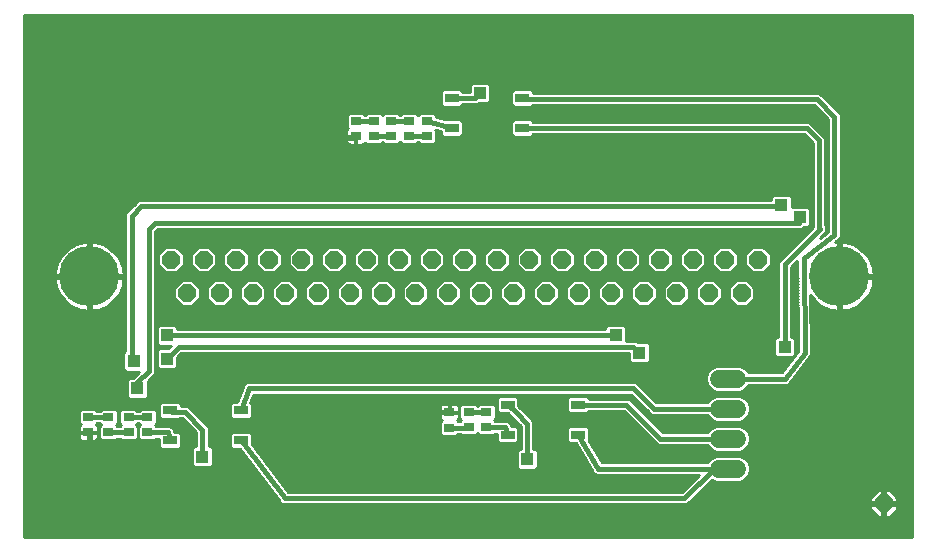
<source format=gbl>
G75*
%MOIN*%
%OFA0B0*%
%FSLAX25Y25*%
%IPPOS*%
%LPD*%
%AMOC8*
5,1,8,0,0,1.08239X$1,22.5*
%
%ADD10OC8,0.06000*%
%ADD11C,0.20000*%
%ADD12R,0.04724X0.03150*%
%ADD13R,0.03543X0.02756*%
%ADD14C,0.06000*%
%ADD15C,0.01600*%
%ADD16R,0.04362X0.04362*%
%ADD17C,0.01000*%
D10*
X0073188Y0088349D03*
X0084088Y0088349D03*
X0094988Y0088349D03*
X0105788Y0088349D03*
X0116688Y0088349D03*
X0127588Y0088349D03*
X0138388Y0088349D03*
X0149288Y0088349D03*
X0160188Y0088349D03*
X0170988Y0088349D03*
X0181888Y0088349D03*
X0192788Y0088349D03*
X0203688Y0088349D03*
X0214488Y0088349D03*
X0225388Y0088349D03*
X0236288Y0088349D03*
X0247088Y0088349D03*
X0257988Y0088349D03*
X0252588Y0099549D03*
X0263388Y0099549D03*
X0241688Y0099549D03*
X0230788Y0099549D03*
X0219988Y0099549D03*
X0209088Y0099549D03*
X0198188Y0099549D03*
X0187288Y0099549D03*
X0176488Y0099549D03*
X0165588Y0099549D03*
X0154688Y0099549D03*
X0143888Y0099549D03*
X0132988Y0099549D03*
X0122088Y0099549D03*
X0111288Y0099549D03*
X0100388Y0099549D03*
X0089488Y0099549D03*
X0078688Y0099549D03*
X0067788Y0099549D03*
X0305457Y0018351D03*
D11*
X0290588Y0093949D03*
X0040588Y0093949D03*
D12*
X0067528Y0049280D03*
X0067528Y0039280D03*
X0091150Y0039280D03*
X0091150Y0049280D03*
X0179998Y0051175D03*
X0179998Y0041175D03*
X0203620Y0041175D03*
X0203620Y0051175D03*
X0184958Y0143372D03*
X0184958Y0153372D03*
X0161336Y0153372D03*
X0161336Y0143372D03*
D13*
X0153075Y0145791D03*
X0147169Y0145791D03*
X0141264Y0145791D03*
X0135358Y0145791D03*
X0129453Y0145791D03*
X0129453Y0140673D03*
X0135358Y0140673D03*
X0141264Y0140673D03*
X0147169Y0140673D03*
X0153075Y0140673D03*
X0160590Y0048653D03*
X0160590Y0043535D03*
X0167033Y0043573D03*
X0167033Y0048691D03*
X0172939Y0048691D03*
X0172939Y0043573D03*
X0059970Y0041931D03*
X0053671Y0041931D03*
X0046978Y0041931D03*
X0040285Y0041931D03*
X0040285Y0047050D03*
X0046978Y0047050D03*
X0053671Y0047050D03*
X0059970Y0047050D03*
D14*
X0250469Y0049807D02*
X0256469Y0049807D01*
X0256469Y0039807D02*
X0250469Y0039807D01*
X0250469Y0029807D02*
X0256469Y0029807D01*
X0256469Y0059807D02*
X0250469Y0059807D01*
D15*
X0253469Y0059807D02*
X0272406Y0059807D01*
X0279059Y0068429D01*
X0278665Y0099925D01*
X0288902Y0107799D01*
X0288902Y0147169D01*
X0282996Y0153075D01*
X0185255Y0153075D01*
X0184958Y0153372D01*
X0184958Y0143372D02*
X0279707Y0143372D01*
X0283783Y0139295D01*
X0283783Y0110161D01*
X0284177Y0109768D01*
X0272366Y0097957D01*
X0272366Y0070398D01*
X0253469Y0049807D02*
X0228783Y0049807D01*
X0221972Y0056618D01*
X0093803Y0056618D01*
X0091150Y0049280D01*
X0078272Y0042839D02*
X0072366Y0048744D01*
X0068063Y0048744D01*
X0067528Y0049280D01*
X0059970Y0047050D02*
X0053671Y0047050D01*
X0046978Y0047050D02*
X0040285Y0047050D01*
X0040285Y0041931D02*
X0040870Y0041346D01*
X0040870Y0029059D01*
X0046978Y0041931D02*
X0053671Y0041931D01*
X0059970Y0041931D02*
X0066687Y0041931D01*
X0067528Y0039280D01*
X0078272Y0042839D02*
X0078272Y0033783D01*
X0091150Y0039280D02*
X0105740Y0020004D01*
X0238902Y0020004D01*
X0248705Y0029807D01*
X0253469Y0029807D01*
X0210303Y0029807D01*
X0203620Y0041175D01*
X0186539Y0044807D02*
X0186539Y0032996D01*
X0179998Y0041175D02*
X0179208Y0043573D01*
X0172939Y0043573D01*
X0172939Y0048691D02*
X0167033Y0048691D01*
X0167033Y0043573D02*
X0166995Y0043535D01*
X0160590Y0043535D01*
X0157314Y0048653D02*
X0155043Y0046382D01*
X0155043Y0025122D01*
X0182672Y0048675D02*
X0186539Y0044807D01*
X0182672Y0048675D02*
X0179998Y0051175D01*
X0160590Y0048653D02*
X0157314Y0048653D01*
X0203620Y0051175D02*
X0203689Y0051106D01*
X0219610Y0051106D01*
X0230909Y0039807D01*
X0253469Y0039807D01*
X0223941Y0068429D02*
X0221972Y0070398D01*
X0070398Y0070398D01*
X0066461Y0066461D01*
X0060555Y0062524D02*
X0060555Y0109768D01*
X0062524Y0111736D01*
X0277091Y0111736D01*
X0277484Y0113705D01*
X0271185Y0117642D02*
X0270791Y0117248D01*
X0057799Y0117248D01*
X0054650Y0114098D01*
X0054650Y0066461D01*
X0055437Y0065673D01*
X0060555Y0062524D02*
X0056618Y0058587D01*
X0056618Y0056618D01*
X0066461Y0074335D02*
X0216067Y0074335D01*
X0153075Y0140673D02*
X0147169Y0140673D01*
X0141264Y0140673D02*
X0135358Y0140673D01*
X0129453Y0140673D02*
X0128862Y0140083D01*
X0122760Y0140083D01*
X0116461Y0146382D01*
X0116461Y0164098D01*
X0129453Y0145791D02*
X0135358Y0145791D01*
X0141264Y0145791D02*
X0147169Y0145791D01*
X0153075Y0145791D02*
X0153155Y0145872D01*
X0161336Y0143372D01*
X0161336Y0153372D02*
X0169120Y0153372D01*
X0170791Y0155043D01*
D16*
X0170791Y0155043D03*
X0116461Y0164098D03*
X0271185Y0117642D03*
X0277484Y0113705D03*
X0216067Y0074335D03*
X0223941Y0068429D03*
X0272366Y0070398D03*
X0186539Y0032996D03*
X0155043Y0025122D03*
X0078272Y0033783D03*
X0040870Y0029059D03*
X0056618Y0056618D03*
X0055437Y0065673D03*
X0066461Y0066461D03*
X0066461Y0074335D03*
D17*
X0018748Y0006937D02*
X0018748Y0181102D01*
X0314961Y0181102D01*
X0314961Y0006937D01*
X0018748Y0006937D01*
X0018748Y0007547D02*
X0314961Y0007547D01*
X0314961Y0008546D02*
X0018748Y0008546D01*
X0018748Y0009544D02*
X0314961Y0009544D01*
X0314961Y0010543D02*
X0018748Y0010543D01*
X0018748Y0011541D02*
X0314961Y0011541D01*
X0314961Y0012540D02*
X0018748Y0012540D01*
X0018748Y0013538D02*
X0314961Y0013538D01*
X0314961Y0014537D02*
X0308007Y0014537D01*
X0307321Y0013851D02*
X0309957Y0016487D01*
X0309957Y0017851D01*
X0305958Y0017851D01*
X0305958Y0018851D01*
X0309957Y0018851D01*
X0309957Y0020215D01*
X0307321Y0022851D01*
X0305957Y0022851D01*
X0305957Y0018851D01*
X0304957Y0018851D01*
X0304957Y0017851D01*
X0300957Y0017851D01*
X0300957Y0016487D01*
X0303594Y0013851D01*
X0304957Y0013851D01*
X0304957Y0017851D01*
X0305957Y0017851D01*
X0305957Y0013851D01*
X0307321Y0013851D01*
X0305957Y0014537D02*
X0304957Y0014537D01*
X0304957Y0015535D02*
X0305957Y0015535D01*
X0305957Y0016534D02*
X0304957Y0016534D01*
X0304957Y0017533D02*
X0305957Y0017533D01*
X0305958Y0018531D02*
X0314961Y0018531D01*
X0314961Y0017533D02*
X0309957Y0017533D01*
X0309957Y0016534D02*
X0314961Y0016534D01*
X0314961Y0015535D02*
X0309006Y0015535D01*
X0304957Y0018531D02*
X0240381Y0018531D01*
X0239766Y0017917D02*
X0248031Y0026181D01*
X0248040Y0026172D01*
X0249616Y0025520D01*
X0257321Y0025520D01*
X0258897Y0026172D01*
X0260103Y0027378D01*
X0260756Y0028954D01*
X0260756Y0030660D01*
X0260103Y0032236D01*
X0258897Y0033442D01*
X0257321Y0034094D01*
X0249616Y0034094D01*
X0248040Y0033442D01*
X0246834Y0032236D01*
X0246692Y0031894D01*
X0211497Y0031894D01*
X0207270Y0039085D01*
X0207270Y0043283D01*
X0206516Y0044037D01*
X0200725Y0044037D01*
X0199971Y0043283D01*
X0199971Y0039067D01*
X0200725Y0038313D01*
X0202882Y0038313D01*
X0208216Y0029239D01*
X0208216Y0028942D01*
X0208639Y0028519D01*
X0208942Y0028004D01*
X0209229Y0027929D01*
X0209439Y0027720D01*
X0210037Y0027720D01*
X0210616Y0027569D01*
X0210871Y0027720D01*
X0243665Y0027720D01*
X0238037Y0022091D01*
X0106778Y0022091D01*
X0094799Y0037917D01*
X0094799Y0041388D01*
X0094045Y0042142D01*
X0088254Y0042142D01*
X0087500Y0041388D01*
X0087500Y0037171D01*
X0088254Y0036417D01*
X0090698Y0036417D01*
X0103653Y0019303D01*
X0103653Y0019139D01*
X0104163Y0018629D01*
X0104598Y0018055D01*
X0104760Y0018032D01*
X0104876Y0017917D01*
X0105596Y0017917D01*
X0106311Y0017818D01*
X0106441Y0017917D01*
X0239766Y0017917D01*
X0241379Y0019530D02*
X0300957Y0019530D01*
X0300957Y0018851D02*
X0304957Y0018851D01*
X0304957Y0022851D01*
X0303594Y0022851D01*
X0300957Y0020215D01*
X0300957Y0018851D01*
X0300957Y0017533D02*
X0018748Y0017533D01*
X0018748Y0018531D02*
X0104237Y0018531D01*
X0103481Y0019530D02*
X0018748Y0019530D01*
X0018748Y0020528D02*
X0102725Y0020528D01*
X0101970Y0021527D02*
X0018748Y0021527D01*
X0018748Y0022525D02*
X0101214Y0022525D01*
X0100458Y0023524D02*
X0018748Y0023524D01*
X0018748Y0024522D02*
X0099702Y0024522D01*
X0098946Y0025521D02*
X0018748Y0025521D01*
X0018748Y0026519D02*
X0098191Y0026519D01*
X0097435Y0027518D02*
X0018748Y0027518D01*
X0018748Y0028516D02*
X0096679Y0028516D01*
X0095923Y0029515D02*
X0018748Y0029515D01*
X0018748Y0030513D02*
X0075359Y0030513D01*
X0075557Y0030315D02*
X0080986Y0030315D01*
X0081740Y0031069D01*
X0081740Y0036498D01*
X0080986Y0037252D01*
X0080359Y0037252D01*
X0080359Y0043703D01*
X0074454Y0049609D01*
X0073231Y0050831D01*
X0071177Y0050831D01*
X0071177Y0051388D01*
X0070423Y0052142D01*
X0064632Y0052142D01*
X0063878Y0051388D01*
X0063878Y0047171D01*
X0064632Y0046417D01*
X0070423Y0046417D01*
X0070662Y0046657D01*
X0071502Y0046657D01*
X0076184Y0041974D01*
X0076184Y0037252D01*
X0075557Y0037252D01*
X0074803Y0036498D01*
X0074803Y0031069D01*
X0075557Y0030315D01*
X0074803Y0031512D02*
X0018748Y0031512D01*
X0018748Y0032510D02*
X0074803Y0032510D01*
X0074803Y0033509D02*
X0018748Y0033509D01*
X0018748Y0034507D02*
X0074803Y0034507D01*
X0074803Y0035506D02*
X0018748Y0035506D01*
X0018748Y0036504D02*
X0064545Y0036504D01*
X0064632Y0036417D02*
X0070423Y0036417D01*
X0071177Y0037171D01*
X0071177Y0041388D01*
X0070423Y0042142D01*
X0068810Y0042142D01*
X0068774Y0042255D01*
X0068774Y0042796D01*
X0068523Y0043048D01*
X0068415Y0043387D01*
X0067934Y0043636D01*
X0067551Y0044019D01*
X0067196Y0044019D01*
X0066880Y0044183D01*
X0066364Y0044019D01*
X0062853Y0044019D01*
X0062381Y0044491D01*
X0063029Y0045138D01*
X0063029Y0048961D01*
X0062275Y0049715D01*
X0057665Y0049715D01*
X0057087Y0049137D01*
X0056554Y0049137D01*
X0055976Y0049715D01*
X0051366Y0049715D01*
X0050612Y0048961D01*
X0050612Y0045138D01*
X0051260Y0044491D01*
X0050788Y0044019D01*
X0049861Y0044019D01*
X0049389Y0044491D01*
X0050037Y0045138D01*
X0050037Y0048961D01*
X0049283Y0049715D01*
X0044673Y0049715D01*
X0044095Y0049137D01*
X0043168Y0049137D01*
X0042590Y0049715D01*
X0037980Y0049715D01*
X0037226Y0048961D01*
X0037226Y0045138D01*
X0037759Y0044606D01*
X0037592Y0044510D01*
X0037313Y0044230D01*
X0037116Y0043888D01*
X0037013Y0043507D01*
X0037013Y0042120D01*
X0040096Y0042120D01*
X0040096Y0041742D01*
X0040474Y0041742D01*
X0040474Y0039054D01*
X0042254Y0039054D01*
X0042636Y0039156D01*
X0042978Y0039353D01*
X0043257Y0039633D01*
X0043454Y0039975D01*
X0043557Y0040356D01*
X0043557Y0041742D01*
X0040474Y0041742D01*
X0040474Y0042120D01*
X0043557Y0042120D01*
X0043557Y0043507D01*
X0043454Y0043888D01*
X0043257Y0044230D01*
X0042978Y0044510D01*
X0042811Y0044606D01*
X0043168Y0044962D01*
X0044095Y0044962D01*
X0044567Y0044491D01*
X0043919Y0043843D01*
X0043919Y0040020D01*
X0044673Y0039266D01*
X0049283Y0039266D01*
X0049861Y0039844D01*
X0050788Y0039844D01*
X0051366Y0039266D01*
X0055976Y0039266D01*
X0056730Y0040020D01*
X0056730Y0043843D01*
X0056082Y0044491D01*
X0056554Y0044962D01*
X0057087Y0044962D01*
X0057559Y0044491D01*
X0056911Y0043843D01*
X0056911Y0040020D01*
X0057665Y0039266D01*
X0062275Y0039266D01*
X0062853Y0039844D01*
X0063878Y0039844D01*
X0063878Y0037171D01*
X0064632Y0036417D01*
X0063878Y0037503D02*
X0018748Y0037503D01*
X0018748Y0038501D02*
X0063878Y0038501D01*
X0063878Y0039500D02*
X0062509Y0039500D01*
X0057432Y0039500D02*
X0056209Y0039500D01*
X0056730Y0040498D02*
X0056911Y0040498D01*
X0056911Y0041497D02*
X0056730Y0041497D01*
X0056730Y0042495D02*
X0056911Y0042495D01*
X0056911Y0043494D02*
X0056730Y0043494D01*
X0056084Y0044492D02*
X0057557Y0044492D01*
X0062383Y0044492D02*
X0073666Y0044492D01*
X0074664Y0043494D02*
X0068208Y0043494D01*
X0068774Y0042495D02*
X0075663Y0042495D01*
X0076184Y0041497D02*
X0071068Y0041497D01*
X0071177Y0040498D02*
X0076184Y0040498D01*
X0076184Y0039500D02*
X0071177Y0039500D01*
X0071177Y0038501D02*
X0076184Y0038501D01*
X0076184Y0037503D02*
X0071177Y0037503D01*
X0070510Y0036504D02*
X0074810Y0036504D01*
X0080359Y0037503D02*
X0087500Y0037503D01*
X0087500Y0038501D02*
X0080359Y0038501D01*
X0080359Y0039500D02*
X0087500Y0039500D01*
X0087500Y0040498D02*
X0080359Y0040498D01*
X0080359Y0041497D02*
X0087609Y0041497D01*
X0088254Y0046417D02*
X0087500Y0047171D01*
X0087500Y0051388D01*
X0088254Y0052142D01*
X0089965Y0052142D01*
X0091716Y0056984D01*
X0091716Y0057483D01*
X0091998Y0057765D01*
X0092134Y0058141D01*
X0092586Y0058353D01*
X0092939Y0058705D01*
X0093338Y0058705D01*
X0093700Y0058875D01*
X0094169Y0058705D01*
X0222837Y0058705D01*
X0229648Y0051894D01*
X0246692Y0051894D01*
X0246834Y0052236D01*
X0248040Y0053442D01*
X0249616Y0054094D01*
X0257321Y0054094D01*
X0258897Y0053442D01*
X0260103Y0052236D01*
X0260756Y0050660D01*
X0260756Y0048954D01*
X0260103Y0047378D01*
X0258897Y0046172D01*
X0257321Y0045520D01*
X0249616Y0045520D01*
X0248040Y0046172D01*
X0246834Y0047378D01*
X0246692Y0047720D01*
X0227919Y0047720D01*
X0226696Y0048942D01*
X0226696Y0048942D01*
X0221108Y0054531D01*
X0095268Y0054531D01*
X0094309Y0051878D01*
X0094799Y0051388D01*
X0094799Y0047171D01*
X0094045Y0046417D01*
X0088254Y0046417D01*
X0088182Y0046489D02*
X0077573Y0046489D01*
X0078571Y0045491D02*
X0157576Y0045491D01*
X0157531Y0045446D02*
X0157531Y0041623D01*
X0158285Y0040869D01*
X0162895Y0040869D01*
X0163473Y0041447D01*
X0164189Y0041447D01*
X0164729Y0040908D01*
X0169338Y0040908D01*
X0169986Y0041556D01*
X0170634Y0040908D01*
X0175244Y0040908D01*
X0175822Y0041486D01*
X0176349Y0041486D01*
X0176349Y0039067D01*
X0177103Y0038313D01*
X0182894Y0038313D01*
X0183648Y0039067D01*
X0183648Y0043283D01*
X0182894Y0044037D01*
X0181295Y0044037D01*
X0181295Y0044438D01*
X0181035Y0044698D01*
X0180920Y0045048D01*
X0180447Y0045286D01*
X0180073Y0045661D01*
X0179704Y0045661D01*
X0179376Y0045826D01*
X0178873Y0045661D01*
X0175822Y0045661D01*
X0175350Y0046132D01*
X0175998Y0046780D01*
X0175998Y0050603D01*
X0175244Y0051357D01*
X0170634Y0051357D01*
X0170056Y0050779D01*
X0169916Y0050779D01*
X0169338Y0051357D01*
X0164729Y0051357D01*
X0163974Y0050603D01*
X0163974Y0046780D01*
X0164622Y0046132D01*
X0164112Y0045622D01*
X0163473Y0045622D01*
X0163117Y0045979D01*
X0163283Y0046075D01*
X0163562Y0046354D01*
X0163760Y0046696D01*
X0163862Y0047077D01*
X0163862Y0048464D01*
X0160779Y0048464D01*
X0160779Y0048842D01*
X0160401Y0048842D01*
X0160401Y0051531D01*
X0158621Y0051531D01*
X0158240Y0051428D01*
X0157897Y0051231D01*
X0157618Y0050952D01*
X0157421Y0050610D01*
X0157319Y0050228D01*
X0157319Y0048842D01*
X0160401Y0048842D01*
X0160401Y0048464D01*
X0157319Y0048464D01*
X0157319Y0047077D01*
X0157421Y0046696D01*
X0157618Y0046354D01*
X0157897Y0046075D01*
X0158064Y0045979D01*
X0157531Y0045446D01*
X0157531Y0044492D02*
X0079570Y0044492D01*
X0080359Y0043494D02*
X0157531Y0043494D01*
X0157531Y0042495D02*
X0080359Y0042495D01*
X0072667Y0045491D02*
X0063029Y0045491D01*
X0063029Y0046489D02*
X0064560Y0046489D01*
X0063878Y0047488D02*
X0063029Y0047488D01*
X0063029Y0048486D02*
X0063878Y0048486D01*
X0063878Y0049485D02*
X0062505Y0049485D01*
X0063878Y0050483D02*
X0018748Y0050483D01*
X0018748Y0049485D02*
X0037750Y0049485D01*
X0037226Y0048486D02*
X0018748Y0048486D01*
X0018748Y0047488D02*
X0037226Y0047488D01*
X0037226Y0046489D02*
X0018748Y0046489D01*
X0018748Y0045491D02*
X0037226Y0045491D01*
X0037575Y0044492D02*
X0018748Y0044492D01*
X0018748Y0043494D02*
X0037013Y0043494D01*
X0037013Y0042495D02*
X0018748Y0042495D01*
X0018748Y0041497D02*
X0037013Y0041497D01*
X0037013Y0041742D02*
X0037013Y0040356D01*
X0037116Y0039975D01*
X0037313Y0039633D01*
X0037592Y0039353D01*
X0037934Y0039156D01*
X0038316Y0039054D01*
X0040096Y0039054D01*
X0040096Y0041742D01*
X0037013Y0041742D01*
X0037013Y0040498D02*
X0018748Y0040498D01*
X0018748Y0039500D02*
X0037446Y0039500D01*
X0040096Y0039500D02*
X0040474Y0039500D01*
X0040474Y0040498D02*
X0040096Y0040498D01*
X0040096Y0041497D02*
X0040474Y0041497D01*
X0043557Y0041497D02*
X0043919Y0041497D01*
X0043919Y0042495D02*
X0043557Y0042495D01*
X0043557Y0043494D02*
X0043919Y0043494D01*
X0044565Y0044492D02*
X0042995Y0044492D01*
X0043557Y0040498D02*
X0043919Y0040498D01*
X0044439Y0039500D02*
X0043124Y0039500D01*
X0049516Y0039500D02*
X0051132Y0039500D01*
X0051258Y0044492D02*
X0049391Y0044492D01*
X0050037Y0045491D02*
X0050612Y0045491D01*
X0050612Y0046489D02*
X0050037Y0046489D01*
X0050037Y0047488D02*
X0050612Y0047488D01*
X0050612Y0048486D02*
X0050037Y0048486D01*
X0049513Y0049485D02*
X0051136Y0049485D01*
X0056206Y0049485D02*
X0057435Y0049485D01*
X0059332Y0053150D02*
X0053904Y0053150D01*
X0053150Y0053904D01*
X0053150Y0059332D01*
X0053904Y0060087D01*
X0055166Y0060087D01*
X0057284Y0062205D01*
X0052723Y0062205D01*
X0051969Y0062959D01*
X0051969Y0068388D01*
X0052562Y0068981D01*
X0052562Y0114963D01*
X0055712Y0118113D01*
X0056935Y0119335D01*
X0267717Y0119335D01*
X0267717Y0120356D01*
X0268471Y0121110D01*
X0273899Y0121110D01*
X0274654Y0120356D01*
X0274654Y0117057D01*
X0274770Y0117173D01*
X0280199Y0117173D01*
X0280953Y0116419D01*
X0280953Y0110990D01*
X0280199Y0110236D01*
X0278604Y0110236D01*
X0278420Y0110114D01*
X0277955Y0109649D01*
X0277723Y0109649D01*
X0277529Y0109520D01*
X0276884Y0109649D01*
X0063388Y0109649D01*
X0062643Y0108903D01*
X0062643Y0061659D01*
X0061420Y0060436D01*
X0060087Y0059103D01*
X0060087Y0053904D01*
X0059332Y0053150D01*
X0059662Y0053479D02*
X0090448Y0053479D01*
X0090087Y0052480D02*
X0018748Y0052480D01*
X0018748Y0051482D02*
X0063972Y0051482D01*
X0060087Y0054477D02*
X0090809Y0054477D01*
X0091170Y0055476D02*
X0060087Y0055476D01*
X0060087Y0056474D02*
X0091532Y0056474D01*
X0091716Y0057473D02*
X0060087Y0057473D01*
X0060087Y0058471D02*
X0092704Y0058471D01*
X0095249Y0054477D02*
X0221161Y0054477D01*
X0222160Y0053479D02*
X0207074Y0053479D01*
X0207270Y0053283D02*
X0206516Y0054037D01*
X0200725Y0054037D01*
X0199971Y0053283D01*
X0199971Y0049067D01*
X0200725Y0048313D01*
X0206516Y0048313D01*
X0207222Y0049019D01*
X0218746Y0049019D01*
X0230045Y0037720D01*
X0246692Y0037720D01*
X0246834Y0037378D01*
X0248040Y0036172D01*
X0249616Y0035520D01*
X0257321Y0035520D01*
X0258897Y0036172D01*
X0260103Y0037378D01*
X0260756Y0038954D01*
X0260756Y0040660D01*
X0260103Y0042236D01*
X0258897Y0043442D01*
X0257321Y0044094D01*
X0249616Y0044094D01*
X0248040Y0043442D01*
X0246834Y0042236D01*
X0246692Y0041894D01*
X0231774Y0041894D01*
X0221698Y0051971D01*
X0220475Y0053194D01*
X0207270Y0053194D01*
X0207270Y0053283D01*
X0200167Y0053479D02*
X0183452Y0053479D01*
X0183648Y0053283D02*
X0182894Y0054037D01*
X0177103Y0054037D01*
X0176349Y0053283D01*
X0176349Y0049067D01*
X0177103Y0048313D01*
X0180003Y0048313D01*
X0181220Y0047174D01*
X0184452Y0043942D01*
X0184452Y0036465D01*
X0183825Y0036465D01*
X0183071Y0035710D01*
X0183071Y0030282D01*
X0183825Y0029528D01*
X0189254Y0029528D01*
X0190008Y0030282D01*
X0190008Y0035710D01*
X0189254Y0036465D01*
X0188627Y0036465D01*
X0188627Y0045672D01*
X0184730Y0049568D01*
X0184729Y0049609D01*
X0184123Y0050175D01*
X0183648Y0050650D01*
X0183648Y0053283D01*
X0183648Y0052480D02*
X0199971Y0052480D01*
X0199971Y0051482D02*
X0183648Y0051482D01*
X0183815Y0050483D02*
X0199971Y0050483D01*
X0199971Y0049485D02*
X0184814Y0049485D01*
X0185812Y0048486D02*
X0200551Y0048486D01*
X0200182Y0043494D02*
X0188627Y0043494D01*
X0188627Y0044492D02*
X0223272Y0044492D01*
X0224271Y0043494D02*
X0207059Y0043494D01*
X0207270Y0042495D02*
X0225269Y0042495D01*
X0226268Y0041497D02*
X0207270Y0041497D01*
X0207270Y0040498D02*
X0227266Y0040498D01*
X0228265Y0039500D02*
X0207270Y0039500D01*
X0207614Y0038501D02*
X0229263Y0038501D01*
X0231173Y0042495D02*
X0247093Y0042495D01*
X0248166Y0043494D02*
X0230175Y0043494D01*
X0229176Y0044492D02*
X0314961Y0044492D01*
X0314961Y0043494D02*
X0258771Y0043494D01*
X0259844Y0042495D02*
X0314961Y0042495D01*
X0314961Y0041497D02*
X0260409Y0041497D01*
X0260756Y0040498D02*
X0314961Y0040498D01*
X0314961Y0039500D02*
X0260756Y0039500D01*
X0260568Y0038501D02*
X0314961Y0038501D01*
X0314961Y0037503D02*
X0260155Y0037503D01*
X0259229Y0036504D02*
X0314961Y0036504D01*
X0314961Y0035506D02*
X0209374Y0035506D01*
X0208787Y0036504D02*
X0247708Y0036504D01*
X0246782Y0037503D02*
X0208201Y0037503D01*
X0209961Y0034507D02*
X0314961Y0034507D01*
X0314961Y0033509D02*
X0258736Y0033509D01*
X0259829Y0032510D02*
X0314961Y0032510D01*
X0314961Y0031512D02*
X0260403Y0031512D01*
X0260756Y0030513D02*
X0314961Y0030513D01*
X0314961Y0029515D02*
X0260756Y0029515D01*
X0260574Y0028516D02*
X0314961Y0028516D01*
X0314961Y0027518D02*
X0260161Y0027518D01*
X0259244Y0026519D02*
X0314961Y0026519D01*
X0314961Y0025521D02*
X0257324Y0025521D01*
X0249613Y0025521D02*
X0247370Y0025521D01*
X0246372Y0024522D02*
X0314961Y0024522D01*
X0314961Y0023524D02*
X0245373Y0023524D01*
X0244375Y0022525D02*
X0303267Y0022525D01*
X0302269Y0021527D02*
X0243376Y0021527D01*
X0242378Y0020528D02*
X0301270Y0020528D01*
X0304957Y0020528D02*
X0305957Y0020528D01*
X0305957Y0019530D02*
X0304957Y0019530D01*
X0304957Y0021527D02*
X0305957Y0021527D01*
X0305957Y0022525D02*
X0304957Y0022525D01*
X0307648Y0022525D02*
X0314961Y0022525D01*
X0314961Y0021527D02*
X0308646Y0021527D01*
X0309645Y0020528D02*
X0314961Y0020528D01*
X0314961Y0019530D02*
X0309957Y0019530D01*
X0302908Y0014537D02*
X0018748Y0014537D01*
X0018748Y0015535D02*
X0301909Y0015535D01*
X0300957Y0016534D02*
X0018748Y0016534D01*
X0070495Y0046489D02*
X0071669Y0046489D01*
X0075576Y0048486D02*
X0087500Y0048486D01*
X0087500Y0047488D02*
X0076574Y0047488D01*
X0074577Y0049485D02*
X0087500Y0049485D01*
X0087500Y0050483D02*
X0073579Y0050483D01*
X0071083Y0051482D02*
X0087594Y0051482D01*
X0094527Y0052480D02*
X0176349Y0052480D01*
X0176349Y0051482D02*
X0162741Y0051482D01*
X0162559Y0051531D02*
X0160779Y0051531D01*
X0160779Y0048842D01*
X0163862Y0048842D01*
X0163862Y0050228D01*
X0163760Y0050610D01*
X0163562Y0050952D01*
X0163283Y0051231D01*
X0162941Y0051428D01*
X0162559Y0051531D01*
X0163793Y0050483D02*
X0163974Y0050483D01*
X0163974Y0049485D02*
X0163862Y0049485D01*
X0163974Y0048486D02*
X0160779Y0048486D01*
X0160401Y0048486D02*
X0094799Y0048486D01*
X0094799Y0047488D02*
X0157319Y0047488D01*
X0157540Y0046489D02*
X0094117Y0046489D01*
X0094799Y0049485D02*
X0157319Y0049485D01*
X0157387Y0050483D02*
X0094799Y0050483D01*
X0094705Y0051482D02*
X0158439Y0051482D01*
X0160401Y0051482D02*
X0160779Y0051482D01*
X0160779Y0050483D02*
X0160401Y0050483D01*
X0160401Y0049485D02*
X0160779Y0049485D01*
X0163862Y0047488D02*
X0163974Y0047488D01*
X0164265Y0046489D02*
X0163640Y0046489D01*
X0157658Y0041497D02*
X0094690Y0041497D01*
X0094799Y0040498D02*
X0176349Y0040498D01*
X0176349Y0039500D02*
X0094799Y0039500D01*
X0094799Y0038501D02*
X0176914Y0038501D01*
X0183083Y0038501D02*
X0184452Y0038501D01*
X0184452Y0037503D02*
X0095112Y0037503D01*
X0095868Y0036504D02*
X0184452Y0036504D01*
X0183071Y0035506D02*
X0096624Y0035506D01*
X0097380Y0034507D02*
X0183071Y0034507D01*
X0183071Y0033509D02*
X0098136Y0033509D01*
X0098892Y0032510D02*
X0183071Y0032510D01*
X0183071Y0031512D02*
X0099647Y0031512D01*
X0100403Y0030513D02*
X0183071Y0030513D01*
X0190008Y0030513D02*
X0207467Y0030513D01*
X0208054Y0029515D02*
X0101159Y0029515D01*
X0101915Y0028516D02*
X0208641Y0028516D01*
X0206880Y0031512D02*
X0190008Y0031512D01*
X0190008Y0032510D02*
X0206293Y0032510D01*
X0205706Y0033509D02*
X0190008Y0033509D01*
X0190008Y0034507D02*
X0205119Y0034507D01*
X0204532Y0035506D02*
X0190008Y0035506D01*
X0188627Y0036504D02*
X0203945Y0036504D01*
X0203358Y0037503D02*
X0188627Y0037503D01*
X0188627Y0038501D02*
X0200536Y0038501D01*
X0199971Y0039500D02*
X0188627Y0039500D01*
X0188627Y0040498D02*
X0199971Y0040498D01*
X0199971Y0041497D02*
X0188627Y0041497D01*
X0188627Y0042495D02*
X0199971Y0042495D01*
X0206690Y0048486D02*
X0219278Y0048486D01*
X0220277Y0047488D02*
X0186811Y0047488D01*
X0187809Y0046489D02*
X0221275Y0046489D01*
X0222274Y0045491D02*
X0188627Y0045491D01*
X0184452Y0043494D02*
X0183437Y0043494D01*
X0183648Y0042495D02*
X0184452Y0042495D01*
X0184452Y0041497D02*
X0183648Y0041497D01*
X0183648Y0040498D02*
X0184452Y0040498D01*
X0184452Y0039500D02*
X0183648Y0039500D01*
X0183902Y0044492D02*
X0181241Y0044492D01*
X0180242Y0045491D02*
X0182904Y0045491D01*
X0181905Y0046489D02*
X0175707Y0046489D01*
X0175998Y0047488D02*
X0180885Y0047488D01*
X0176929Y0048486D02*
X0175998Y0048486D01*
X0175998Y0049485D02*
X0176349Y0049485D01*
X0176349Y0050483D02*
X0175998Y0050483D01*
X0176545Y0053479D02*
X0094888Y0053479D01*
X0069929Y0063746D02*
X0069929Y0066977D01*
X0071262Y0068310D01*
X0220472Y0068310D01*
X0220472Y0065715D01*
X0221227Y0064961D01*
X0226655Y0064961D01*
X0227409Y0065715D01*
X0227409Y0071143D01*
X0226655Y0071898D01*
X0223424Y0071898D01*
X0222837Y0072485D01*
X0219535Y0072485D01*
X0219535Y0077049D01*
X0218781Y0077803D01*
X0213353Y0077803D01*
X0212598Y0077049D01*
X0212598Y0076422D01*
X0069929Y0076422D01*
X0069929Y0077049D01*
X0069175Y0077803D01*
X0063746Y0077803D01*
X0062992Y0077049D01*
X0062992Y0071620D01*
X0063746Y0070866D01*
X0067914Y0070866D01*
X0066977Y0069929D01*
X0063746Y0069929D01*
X0062992Y0069175D01*
X0062992Y0063746D01*
X0063746Y0062992D01*
X0069175Y0062992D01*
X0069929Y0063746D01*
X0069647Y0063464D02*
X0248094Y0063464D01*
X0248040Y0063442D02*
X0246834Y0062236D01*
X0246181Y0060660D01*
X0246181Y0058954D01*
X0246834Y0057378D01*
X0248040Y0056172D01*
X0249616Y0055520D01*
X0257321Y0055520D01*
X0258897Y0056172D01*
X0260103Y0057378D01*
X0260245Y0057720D01*
X0271694Y0057720D01*
X0271815Y0057626D01*
X0272539Y0057720D01*
X0273270Y0057720D01*
X0273378Y0057828D01*
X0273530Y0057847D01*
X0273976Y0058426D01*
X0274493Y0058942D01*
X0274493Y0059095D01*
X0280638Y0067058D01*
X0281157Y0067591D01*
X0281155Y0067729D01*
X0281240Y0067838D01*
X0281145Y0068576D01*
X0280905Y0087744D01*
X0281194Y0087284D01*
X0282000Y0086274D01*
X0282913Y0085360D01*
X0283923Y0084555D01*
X0285017Y0083868D01*
X0286180Y0083307D01*
X0287400Y0082881D01*
X0288659Y0082593D01*
X0289942Y0082449D01*
X0290088Y0082449D01*
X0290088Y0093449D01*
X0291088Y0093449D01*
X0291088Y0082449D01*
X0291234Y0082449D01*
X0292518Y0082593D01*
X0293777Y0082881D01*
X0294996Y0083307D01*
X0296160Y0083868D01*
X0297253Y0084555D01*
X0298263Y0085360D01*
X0299177Y0086274D01*
X0299982Y0087284D01*
X0300669Y0088377D01*
X0301230Y0089541D01*
X0301656Y0090760D01*
X0301944Y0092019D01*
X0302088Y0093303D01*
X0302088Y0093449D01*
X0291088Y0093449D01*
X0291088Y0094449D01*
X0290088Y0094449D01*
X0290088Y0105449D01*
X0289942Y0105449D01*
X0289154Y0105360D01*
X0289612Y0105712D01*
X0289766Y0105712D01*
X0290282Y0106227D01*
X0290860Y0106672D01*
X0290880Y0106825D01*
X0290989Y0106935D01*
X0290989Y0107664D01*
X0291083Y0108387D01*
X0290989Y0108509D01*
X0290989Y0148034D01*
X0283861Y0155162D01*
X0188608Y0155162D01*
X0188608Y0155480D01*
X0187854Y0156234D01*
X0182063Y0156234D01*
X0181309Y0155480D01*
X0181309Y0151264D01*
X0182063Y0150509D01*
X0187854Y0150509D01*
X0188332Y0150987D01*
X0282131Y0150987D01*
X0286814Y0146305D01*
X0286814Y0108827D01*
X0284103Y0106741D01*
X0285042Y0107680D01*
X0286265Y0108903D01*
X0286265Y0110632D01*
X0285871Y0111026D01*
X0285871Y0140160D01*
X0284648Y0141383D01*
X0280572Y0145459D01*
X0188608Y0145459D01*
X0188608Y0145480D01*
X0187854Y0146234D01*
X0182063Y0146234D01*
X0181309Y0145480D01*
X0181309Y0141264D01*
X0182063Y0140509D01*
X0187854Y0140509D01*
X0188608Y0141264D01*
X0188608Y0141284D01*
X0278842Y0141284D01*
X0281696Y0138431D01*
X0281696Y0110239D01*
X0271502Y0100044D01*
X0270279Y0098821D01*
X0270279Y0073866D01*
X0269652Y0073866D01*
X0268898Y0073112D01*
X0268898Y0067683D01*
X0269652Y0066929D01*
X0275080Y0066929D01*
X0275835Y0067683D01*
X0275835Y0073112D01*
X0275080Y0073866D01*
X0274454Y0073866D01*
X0274454Y0097092D01*
X0276577Y0099216D01*
X0276587Y0099204D01*
X0276963Y0069129D01*
X0271380Y0061894D01*
X0260245Y0061894D01*
X0260103Y0062236D01*
X0258897Y0063442D01*
X0257321Y0064094D01*
X0249616Y0064094D01*
X0248040Y0063442D01*
X0247064Y0062466D02*
X0062643Y0062466D01*
X0062643Y0063464D02*
X0063274Y0063464D01*
X0062992Y0064463D02*
X0062643Y0064463D01*
X0062643Y0065461D02*
X0062992Y0065461D01*
X0062992Y0066460D02*
X0062643Y0066460D01*
X0062643Y0067458D02*
X0062992Y0067458D01*
X0062992Y0068457D02*
X0062643Y0068457D01*
X0062643Y0069455D02*
X0063272Y0069455D01*
X0062643Y0070454D02*
X0067502Y0070454D01*
X0070410Y0067458D02*
X0220472Y0067458D01*
X0220472Y0066460D02*
X0069929Y0066460D01*
X0069929Y0065461D02*
X0220726Y0065461D01*
X0227156Y0065461D02*
X0274132Y0065461D01*
X0273361Y0064463D02*
X0069929Y0064463D01*
X0062451Y0061467D02*
X0246515Y0061467D01*
X0246181Y0060468D02*
X0061452Y0060468D01*
X0060454Y0059470D02*
X0246181Y0059470D01*
X0246381Y0058471D02*
X0223071Y0058471D01*
X0224070Y0057473D02*
X0246795Y0057473D01*
X0247738Y0056474D02*
X0225068Y0056474D01*
X0226067Y0055476D02*
X0314961Y0055476D01*
X0314961Y0056474D02*
X0259199Y0056474D01*
X0260142Y0057473D02*
X0314961Y0057473D01*
X0314961Y0058471D02*
X0274022Y0058471D01*
X0274782Y0059470D02*
X0314961Y0059470D01*
X0314961Y0060468D02*
X0275553Y0060468D01*
X0276323Y0061467D02*
X0314961Y0061467D01*
X0314961Y0062466D02*
X0277094Y0062466D01*
X0277864Y0063464D02*
X0314961Y0063464D01*
X0314961Y0064463D02*
X0278635Y0064463D01*
X0279405Y0065461D02*
X0314961Y0065461D01*
X0314961Y0066460D02*
X0280176Y0066460D01*
X0281028Y0067458D02*
X0314961Y0067458D01*
X0314961Y0068457D02*
X0281160Y0068457D01*
X0281134Y0069455D02*
X0314961Y0069455D01*
X0314961Y0070454D02*
X0281121Y0070454D01*
X0281109Y0071452D02*
X0314961Y0071452D01*
X0314961Y0072451D02*
X0281096Y0072451D01*
X0281084Y0073449D02*
X0314961Y0073449D01*
X0314961Y0074448D02*
X0281071Y0074448D01*
X0281059Y0075446D02*
X0314961Y0075446D01*
X0314961Y0076445D02*
X0281046Y0076445D01*
X0281034Y0077443D02*
X0314961Y0077443D01*
X0314961Y0078442D02*
X0281021Y0078442D01*
X0281009Y0079440D02*
X0314961Y0079440D01*
X0314961Y0080439D02*
X0280996Y0080439D01*
X0280984Y0081437D02*
X0314961Y0081437D01*
X0314961Y0082436D02*
X0280972Y0082436D01*
X0280959Y0083434D02*
X0285917Y0083434D01*
X0284118Y0084433D02*
X0280947Y0084433D01*
X0280934Y0085431D02*
X0282842Y0085431D01*
X0281875Y0086430D02*
X0280922Y0086430D01*
X0280909Y0087428D02*
X0281104Y0087428D01*
X0276734Y0087428D02*
X0274454Y0087428D01*
X0274454Y0086430D02*
X0276746Y0086430D01*
X0276759Y0085431D02*
X0274454Y0085431D01*
X0274454Y0084433D02*
X0276771Y0084433D01*
X0276784Y0083434D02*
X0274454Y0083434D01*
X0274454Y0082436D02*
X0276796Y0082436D01*
X0276809Y0081437D02*
X0274454Y0081437D01*
X0274454Y0080439D02*
X0276821Y0080439D01*
X0276834Y0079440D02*
X0274454Y0079440D01*
X0274454Y0078442D02*
X0276846Y0078442D01*
X0276859Y0077443D02*
X0274454Y0077443D01*
X0274454Y0076445D02*
X0276871Y0076445D01*
X0276884Y0075446D02*
X0274454Y0075446D01*
X0274454Y0074448D02*
X0276896Y0074448D01*
X0276909Y0073449D02*
X0275497Y0073449D01*
X0275835Y0072451D02*
X0276921Y0072451D01*
X0276934Y0071452D02*
X0275835Y0071452D01*
X0275835Y0070454D02*
X0276946Y0070454D01*
X0276959Y0069455D02*
X0275835Y0069455D01*
X0275835Y0068457D02*
X0276444Y0068457D01*
X0275673Y0067458D02*
X0275609Y0067458D01*
X0274902Y0066460D02*
X0227409Y0066460D01*
X0227409Y0067458D02*
X0269123Y0067458D01*
X0268898Y0068457D02*
X0227409Y0068457D01*
X0227409Y0069455D02*
X0268898Y0069455D01*
X0268898Y0070454D02*
X0227409Y0070454D01*
X0227101Y0071452D02*
X0268898Y0071452D01*
X0268898Y0072451D02*
X0222871Y0072451D01*
X0219535Y0073449D02*
X0269235Y0073449D01*
X0270279Y0074448D02*
X0219535Y0074448D01*
X0219535Y0075446D02*
X0270279Y0075446D01*
X0270279Y0076445D02*
X0219535Y0076445D01*
X0219141Y0077443D02*
X0270279Y0077443D01*
X0270279Y0078442D02*
X0062643Y0078442D01*
X0062643Y0079440D02*
X0270279Y0079440D01*
X0270279Y0080439D02*
X0062643Y0080439D01*
X0062643Y0081437D02*
X0270279Y0081437D01*
X0270279Y0082436D02*
X0062643Y0082436D01*
X0062643Y0083434D02*
X0270279Y0083434D01*
X0270279Y0084433D02*
X0260135Y0084433D01*
X0259764Y0084061D02*
X0262276Y0086573D01*
X0262276Y0090125D01*
X0259764Y0092636D01*
X0256212Y0092636D01*
X0253701Y0090125D01*
X0253701Y0086573D01*
X0256212Y0084061D01*
X0259764Y0084061D01*
X0261134Y0085431D02*
X0270279Y0085431D01*
X0270279Y0086430D02*
X0262132Y0086430D01*
X0262276Y0087428D02*
X0270279Y0087428D01*
X0270279Y0088427D02*
X0262276Y0088427D01*
X0262276Y0089425D02*
X0270279Y0089425D01*
X0270279Y0090424D02*
X0261976Y0090424D01*
X0260978Y0091422D02*
X0270279Y0091422D01*
X0270279Y0092421D02*
X0259979Y0092421D01*
X0261612Y0095261D02*
X0265164Y0095261D01*
X0267676Y0097773D01*
X0267676Y0101325D01*
X0265164Y0103836D01*
X0261612Y0103836D01*
X0259101Y0101325D01*
X0259101Y0097773D01*
X0261612Y0095261D01*
X0261457Y0095416D02*
X0254519Y0095416D01*
X0254364Y0095261D02*
X0256876Y0097773D01*
X0256876Y0101325D01*
X0254364Y0103836D01*
X0250812Y0103836D01*
X0248301Y0101325D01*
X0248301Y0097773D01*
X0250812Y0095261D01*
X0254364Y0095261D01*
X0255518Y0096415D02*
X0260459Y0096415D01*
X0259460Y0097413D02*
X0256516Y0097413D01*
X0256876Y0098412D02*
X0259101Y0098412D01*
X0259101Y0099410D02*
X0256876Y0099410D01*
X0256876Y0100409D02*
X0259101Y0100409D01*
X0259184Y0101407D02*
X0256793Y0101407D01*
X0255794Y0102406D02*
X0260182Y0102406D01*
X0261181Y0103404D02*
X0254796Y0103404D01*
X0250381Y0103404D02*
X0243896Y0103404D01*
X0243464Y0103836D02*
X0239912Y0103836D01*
X0237401Y0101325D01*
X0237401Y0097773D01*
X0239912Y0095261D01*
X0243464Y0095261D01*
X0245976Y0097773D01*
X0245976Y0101325D01*
X0243464Y0103836D01*
X0244894Y0102406D02*
X0249382Y0102406D01*
X0248384Y0101407D02*
X0245893Y0101407D01*
X0245976Y0100409D02*
X0248301Y0100409D01*
X0248301Y0099410D02*
X0245976Y0099410D01*
X0245976Y0098412D02*
X0248301Y0098412D01*
X0248660Y0097413D02*
X0245616Y0097413D01*
X0244618Y0096415D02*
X0249659Y0096415D01*
X0250657Y0095416D02*
X0243619Y0095416D01*
X0245312Y0092636D02*
X0242801Y0090125D01*
X0242801Y0086573D01*
X0245312Y0084061D01*
X0248864Y0084061D01*
X0251376Y0086573D01*
X0251376Y0090125D01*
X0248864Y0092636D01*
X0245312Y0092636D01*
X0245097Y0092421D02*
X0238279Y0092421D01*
X0238064Y0092636D02*
X0234512Y0092636D01*
X0232001Y0090125D01*
X0232001Y0086573D01*
X0234512Y0084061D01*
X0238064Y0084061D01*
X0240576Y0086573D01*
X0240576Y0090125D01*
X0238064Y0092636D01*
X0239278Y0091422D02*
X0244098Y0091422D01*
X0243100Y0090424D02*
X0240276Y0090424D01*
X0240576Y0089425D02*
X0242801Y0089425D01*
X0242801Y0088427D02*
X0240576Y0088427D01*
X0240576Y0087428D02*
X0242801Y0087428D01*
X0242944Y0086430D02*
X0240432Y0086430D01*
X0239434Y0085431D02*
X0243942Y0085431D01*
X0244941Y0084433D02*
X0238435Y0084433D01*
X0234141Y0084433D02*
X0227535Y0084433D01*
X0227164Y0084061D02*
X0229676Y0086573D01*
X0229676Y0090125D01*
X0227164Y0092636D01*
X0223612Y0092636D01*
X0221101Y0090125D01*
X0221101Y0086573D01*
X0223612Y0084061D01*
X0227164Y0084061D01*
X0228534Y0085431D02*
X0233142Y0085431D01*
X0232144Y0086430D02*
X0229532Y0086430D01*
X0229676Y0087428D02*
X0232001Y0087428D01*
X0232001Y0088427D02*
X0229676Y0088427D01*
X0229676Y0089425D02*
X0232001Y0089425D01*
X0232300Y0090424D02*
X0229376Y0090424D01*
X0228378Y0091422D02*
X0233298Y0091422D01*
X0234297Y0092421D02*
X0227379Y0092421D01*
X0229012Y0095261D02*
X0232564Y0095261D01*
X0235076Y0097773D01*
X0235076Y0101325D01*
X0232564Y0103836D01*
X0229012Y0103836D01*
X0226501Y0101325D01*
X0226501Y0097773D01*
X0229012Y0095261D01*
X0228857Y0095416D02*
X0221919Y0095416D01*
X0221764Y0095261D02*
X0224276Y0097773D01*
X0224276Y0101325D01*
X0221764Y0103836D01*
X0218212Y0103836D01*
X0215701Y0101325D01*
X0215701Y0097773D01*
X0218212Y0095261D01*
X0221764Y0095261D01*
X0222918Y0096415D02*
X0227859Y0096415D01*
X0226860Y0097413D02*
X0223916Y0097413D01*
X0224276Y0098412D02*
X0226501Y0098412D01*
X0226501Y0099410D02*
X0224276Y0099410D01*
X0224276Y0100409D02*
X0226501Y0100409D01*
X0226584Y0101407D02*
X0224193Y0101407D01*
X0223194Y0102406D02*
X0227582Y0102406D01*
X0228581Y0103404D02*
X0222196Y0103404D01*
X0217781Y0103404D02*
X0211296Y0103404D01*
X0210864Y0103836D02*
X0207312Y0103836D01*
X0204801Y0101325D01*
X0204801Y0097773D01*
X0207312Y0095261D01*
X0210864Y0095261D01*
X0213376Y0097773D01*
X0213376Y0101325D01*
X0210864Y0103836D01*
X0212294Y0102406D02*
X0216782Y0102406D01*
X0215784Y0101407D02*
X0213293Y0101407D01*
X0213376Y0100409D02*
X0215701Y0100409D01*
X0215701Y0099410D02*
X0213376Y0099410D01*
X0213376Y0098412D02*
X0215701Y0098412D01*
X0216060Y0097413D02*
X0213016Y0097413D01*
X0212018Y0096415D02*
X0217059Y0096415D01*
X0218057Y0095416D02*
X0211019Y0095416D01*
X0212712Y0092636D02*
X0210201Y0090125D01*
X0210201Y0086573D01*
X0212712Y0084061D01*
X0216264Y0084061D01*
X0218776Y0086573D01*
X0218776Y0090125D01*
X0216264Y0092636D01*
X0212712Y0092636D01*
X0212497Y0092421D02*
X0205679Y0092421D01*
X0205464Y0092636D02*
X0201912Y0092636D01*
X0199401Y0090125D01*
X0199401Y0086573D01*
X0201912Y0084061D01*
X0205464Y0084061D01*
X0207976Y0086573D01*
X0207976Y0090125D01*
X0205464Y0092636D01*
X0206678Y0091422D02*
X0211498Y0091422D01*
X0210500Y0090424D02*
X0207676Y0090424D01*
X0207976Y0089425D02*
X0210201Y0089425D01*
X0210201Y0088427D02*
X0207976Y0088427D01*
X0207976Y0087428D02*
X0210201Y0087428D01*
X0210344Y0086430D02*
X0207832Y0086430D01*
X0206834Y0085431D02*
X0211342Y0085431D01*
X0212341Y0084433D02*
X0205835Y0084433D01*
X0201541Y0084433D02*
X0194935Y0084433D01*
X0194564Y0084061D02*
X0197076Y0086573D01*
X0197076Y0090125D01*
X0194564Y0092636D01*
X0191012Y0092636D01*
X0188501Y0090125D01*
X0188501Y0086573D01*
X0191012Y0084061D01*
X0194564Y0084061D01*
X0195934Y0085431D02*
X0200542Y0085431D01*
X0199544Y0086430D02*
X0196932Y0086430D01*
X0197076Y0087428D02*
X0199401Y0087428D01*
X0199401Y0088427D02*
X0197076Y0088427D01*
X0197076Y0089425D02*
X0199401Y0089425D01*
X0199700Y0090424D02*
X0196776Y0090424D01*
X0195778Y0091422D02*
X0200698Y0091422D01*
X0201697Y0092421D02*
X0194779Y0092421D01*
X0196412Y0095261D02*
X0199964Y0095261D01*
X0202476Y0097773D01*
X0202476Y0101325D01*
X0199964Y0103836D01*
X0196412Y0103836D01*
X0193901Y0101325D01*
X0193901Y0097773D01*
X0196412Y0095261D01*
X0196257Y0095416D02*
X0189219Y0095416D01*
X0189064Y0095261D02*
X0191576Y0097773D01*
X0191576Y0101325D01*
X0189064Y0103836D01*
X0185512Y0103836D01*
X0183001Y0101325D01*
X0183001Y0097773D01*
X0185512Y0095261D01*
X0189064Y0095261D01*
X0190218Y0096415D02*
X0195259Y0096415D01*
X0194260Y0097413D02*
X0191216Y0097413D01*
X0191576Y0098412D02*
X0193901Y0098412D01*
X0193901Y0099410D02*
X0191576Y0099410D01*
X0191576Y0100409D02*
X0193901Y0100409D01*
X0193984Y0101407D02*
X0191493Y0101407D01*
X0190494Y0102406D02*
X0194982Y0102406D01*
X0195981Y0103404D02*
X0189496Y0103404D01*
X0185081Y0103404D02*
X0178696Y0103404D01*
X0178264Y0103836D02*
X0180776Y0101325D01*
X0180776Y0097773D01*
X0178264Y0095261D01*
X0174712Y0095261D01*
X0172201Y0097773D01*
X0172201Y0101325D01*
X0174712Y0103836D01*
X0178264Y0103836D01*
X0179694Y0102406D02*
X0184082Y0102406D01*
X0183084Y0101407D02*
X0180693Y0101407D01*
X0180776Y0100409D02*
X0183001Y0100409D01*
X0183001Y0099410D02*
X0180776Y0099410D01*
X0180776Y0098412D02*
X0183001Y0098412D01*
X0183360Y0097413D02*
X0180416Y0097413D01*
X0179418Y0096415D02*
X0184359Y0096415D01*
X0185357Y0095416D02*
X0178419Y0095416D01*
X0180112Y0092636D02*
X0177601Y0090125D01*
X0177601Y0086573D01*
X0180112Y0084061D01*
X0183664Y0084061D01*
X0186176Y0086573D01*
X0186176Y0090125D01*
X0183664Y0092636D01*
X0180112Y0092636D01*
X0179897Y0092421D02*
X0172979Y0092421D01*
X0172764Y0092636D02*
X0169212Y0092636D01*
X0166701Y0090125D01*
X0166701Y0086573D01*
X0169212Y0084061D01*
X0172764Y0084061D01*
X0175276Y0086573D01*
X0175276Y0090125D01*
X0172764Y0092636D01*
X0173978Y0091422D02*
X0178898Y0091422D01*
X0177900Y0090424D02*
X0174976Y0090424D01*
X0175276Y0089425D02*
X0177601Y0089425D01*
X0177601Y0088427D02*
X0175276Y0088427D01*
X0175276Y0087428D02*
X0177601Y0087428D01*
X0177744Y0086430D02*
X0175132Y0086430D01*
X0174134Y0085431D02*
X0178742Y0085431D01*
X0179741Y0084433D02*
X0173135Y0084433D01*
X0168841Y0084433D02*
X0162335Y0084433D01*
X0161964Y0084061D02*
X0164476Y0086573D01*
X0164476Y0090125D01*
X0161964Y0092636D01*
X0158412Y0092636D01*
X0155901Y0090125D01*
X0155901Y0086573D01*
X0158412Y0084061D01*
X0161964Y0084061D01*
X0163334Y0085431D02*
X0167842Y0085431D01*
X0166844Y0086430D02*
X0164332Y0086430D01*
X0164476Y0087428D02*
X0166701Y0087428D01*
X0166701Y0088427D02*
X0164476Y0088427D01*
X0164476Y0089425D02*
X0166701Y0089425D01*
X0167000Y0090424D02*
X0164176Y0090424D01*
X0163178Y0091422D02*
X0167998Y0091422D01*
X0168997Y0092421D02*
X0162179Y0092421D01*
X0163812Y0095261D02*
X0167364Y0095261D01*
X0169876Y0097773D01*
X0169876Y0101325D01*
X0167364Y0103836D01*
X0163812Y0103836D01*
X0161301Y0101325D01*
X0161301Y0097773D01*
X0163812Y0095261D01*
X0163657Y0095416D02*
X0156619Y0095416D01*
X0156464Y0095261D02*
X0158976Y0097773D01*
X0158976Y0101325D01*
X0156464Y0103836D01*
X0152912Y0103836D01*
X0150401Y0101325D01*
X0150401Y0097773D01*
X0152912Y0095261D01*
X0156464Y0095261D01*
X0157618Y0096415D02*
X0162659Y0096415D01*
X0161660Y0097413D02*
X0158616Y0097413D01*
X0158976Y0098412D02*
X0161301Y0098412D01*
X0161301Y0099410D02*
X0158976Y0099410D01*
X0158976Y0100409D02*
X0161301Y0100409D01*
X0161384Y0101407D02*
X0158893Y0101407D01*
X0157894Y0102406D02*
X0162382Y0102406D01*
X0163381Y0103404D02*
X0156896Y0103404D01*
X0152481Y0103404D02*
X0146096Y0103404D01*
X0145664Y0103836D02*
X0142112Y0103836D01*
X0139601Y0101325D01*
X0139601Y0097773D01*
X0142112Y0095261D01*
X0145664Y0095261D01*
X0148176Y0097773D01*
X0148176Y0101325D01*
X0145664Y0103836D01*
X0147094Y0102406D02*
X0151482Y0102406D01*
X0150484Y0101407D02*
X0148093Y0101407D01*
X0148176Y0100409D02*
X0150401Y0100409D01*
X0150401Y0099410D02*
X0148176Y0099410D01*
X0148176Y0098412D02*
X0150401Y0098412D01*
X0150760Y0097413D02*
X0147816Y0097413D01*
X0146818Y0096415D02*
X0151759Y0096415D01*
X0152757Y0095416D02*
X0145819Y0095416D01*
X0147512Y0092636D02*
X0145001Y0090125D01*
X0145001Y0086573D01*
X0147512Y0084061D01*
X0151064Y0084061D01*
X0153576Y0086573D01*
X0153576Y0090125D01*
X0151064Y0092636D01*
X0147512Y0092636D01*
X0147297Y0092421D02*
X0140379Y0092421D01*
X0140164Y0092636D02*
X0136612Y0092636D01*
X0134101Y0090125D01*
X0134101Y0086573D01*
X0136612Y0084061D01*
X0140164Y0084061D01*
X0142676Y0086573D01*
X0142676Y0090125D01*
X0140164Y0092636D01*
X0141378Y0091422D02*
X0146298Y0091422D01*
X0145300Y0090424D02*
X0142376Y0090424D01*
X0142676Y0089425D02*
X0145001Y0089425D01*
X0145001Y0088427D02*
X0142676Y0088427D01*
X0142676Y0087428D02*
X0145001Y0087428D01*
X0145144Y0086430D02*
X0142532Y0086430D01*
X0141534Y0085431D02*
X0146142Y0085431D01*
X0147141Y0084433D02*
X0140535Y0084433D01*
X0136241Y0084433D02*
X0129735Y0084433D01*
X0129364Y0084061D02*
X0131876Y0086573D01*
X0131876Y0090125D01*
X0129364Y0092636D01*
X0125812Y0092636D01*
X0123301Y0090125D01*
X0123301Y0086573D01*
X0125812Y0084061D01*
X0129364Y0084061D01*
X0130734Y0085431D02*
X0135242Y0085431D01*
X0134244Y0086430D02*
X0131732Y0086430D01*
X0131876Y0087428D02*
X0134101Y0087428D01*
X0134101Y0088427D02*
X0131876Y0088427D01*
X0131876Y0089425D02*
X0134101Y0089425D01*
X0134400Y0090424D02*
X0131576Y0090424D01*
X0130578Y0091422D02*
X0135398Y0091422D01*
X0136397Y0092421D02*
X0129579Y0092421D01*
X0131212Y0095261D02*
X0134764Y0095261D01*
X0137276Y0097773D01*
X0137276Y0101325D01*
X0134764Y0103836D01*
X0131212Y0103836D01*
X0128701Y0101325D01*
X0128701Y0097773D01*
X0131212Y0095261D01*
X0131057Y0095416D02*
X0124019Y0095416D01*
X0123864Y0095261D02*
X0126376Y0097773D01*
X0126376Y0101325D01*
X0123864Y0103836D01*
X0120312Y0103836D01*
X0117801Y0101325D01*
X0117801Y0097773D01*
X0120312Y0095261D01*
X0123864Y0095261D01*
X0125018Y0096415D02*
X0130059Y0096415D01*
X0129060Y0097413D02*
X0126016Y0097413D01*
X0126376Y0098412D02*
X0128701Y0098412D01*
X0128701Y0099410D02*
X0126376Y0099410D01*
X0126376Y0100409D02*
X0128701Y0100409D01*
X0128784Y0101407D02*
X0126293Y0101407D01*
X0125294Y0102406D02*
X0129782Y0102406D01*
X0130781Y0103404D02*
X0124296Y0103404D01*
X0119881Y0103404D02*
X0113496Y0103404D01*
X0113064Y0103836D02*
X0109512Y0103836D01*
X0107001Y0101325D01*
X0107001Y0097773D01*
X0109512Y0095261D01*
X0113064Y0095261D01*
X0115576Y0097773D01*
X0115576Y0101325D01*
X0113064Y0103836D01*
X0114494Y0102406D02*
X0118882Y0102406D01*
X0117884Y0101407D02*
X0115493Y0101407D01*
X0115576Y0100409D02*
X0117801Y0100409D01*
X0117801Y0099410D02*
X0115576Y0099410D01*
X0115576Y0098412D02*
X0117801Y0098412D01*
X0118160Y0097413D02*
X0115216Y0097413D01*
X0114218Y0096415D02*
X0119159Y0096415D01*
X0120157Y0095416D02*
X0113219Y0095416D01*
X0114912Y0092636D02*
X0112401Y0090125D01*
X0112401Y0086573D01*
X0114912Y0084061D01*
X0118464Y0084061D01*
X0120976Y0086573D01*
X0120976Y0090125D01*
X0118464Y0092636D01*
X0114912Y0092636D01*
X0114697Y0092421D02*
X0107779Y0092421D01*
X0107564Y0092636D02*
X0104012Y0092636D01*
X0101501Y0090125D01*
X0101501Y0086573D01*
X0104012Y0084061D01*
X0107564Y0084061D01*
X0110076Y0086573D01*
X0110076Y0090125D01*
X0107564Y0092636D01*
X0108778Y0091422D02*
X0113698Y0091422D01*
X0112700Y0090424D02*
X0109776Y0090424D01*
X0110076Y0089425D02*
X0112401Y0089425D01*
X0112401Y0088427D02*
X0110076Y0088427D01*
X0110076Y0087428D02*
X0112401Y0087428D01*
X0112544Y0086430D02*
X0109932Y0086430D01*
X0108934Y0085431D02*
X0113542Y0085431D01*
X0114541Y0084433D02*
X0107935Y0084433D01*
X0103641Y0084433D02*
X0097135Y0084433D01*
X0096764Y0084061D02*
X0099276Y0086573D01*
X0099276Y0090125D01*
X0096764Y0092636D01*
X0093212Y0092636D01*
X0090701Y0090125D01*
X0090701Y0086573D01*
X0093212Y0084061D01*
X0096764Y0084061D01*
X0098134Y0085431D02*
X0102642Y0085431D01*
X0101644Y0086430D02*
X0099132Y0086430D01*
X0099276Y0087428D02*
X0101501Y0087428D01*
X0101501Y0088427D02*
X0099276Y0088427D01*
X0099276Y0089425D02*
X0101501Y0089425D01*
X0101800Y0090424D02*
X0098976Y0090424D01*
X0097978Y0091422D02*
X0102798Y0091422D01*
X0103797Y0092421D02*
X0096979Y0092421D01*
X0098612Y0095261D02*
X0102164Y0095261D01*
X0104676Y0097773D01*
X0104676Y0101325D01*
X0102164Y0103836D01*
X0098612Y0103836D01*
X0096101Y0101325D01*
X0096101Y0097773D01*
X0098612Y0095261D01*
X0098457Y0095416D02*
X0091419Y0095416D01*
X0091264Y0095261D02*
X0093776Y0097773D01*
X0093776Y0101325D01*
X0091264Y0103836D01*
X0087712Y0103836D01*
X0085201Y0101325D01*
X0085201Y0097773D01*
X0087712Y0095261D01*
X0091264Y0095261D01*
X0092418Y0096415D02*
X0097459Y0096415D01*
X0096460Y0097413D02*
X0093416Y0097413D01*
X0093776Y0098412D02*
X0096101Y0098412D01*
X0096101Y0099410D02*
X0093776Y0099410D01*
X0093776Y0100409D02*
X0096101Y0100409D01*
X0096184Y0101407D02*
X0093693Y0101407D01*
X0092694Y0102406D02*
X0097182Y0102406D01*
X0098181Y0103404D02*
X0091696Y0103404D01*
X0087281Y0103404D02*
X0080896Y0103404D01*
X0080464Y0103836D02*
X0076912Y0103836D01*
X0074401Y0101325D01*
X0074401Y0097773D01*
X0076912Y0095261D01*
X0080464Y0095261D01*
X0082976Y0097773D01*
X0082976Y0101325D01*
X0080464Y0103836D01*
X0081894Y0102406D02*
X0086282Y0102406D01*
X0085284Y0101407D02*
X0082893Y0101407D01*
X0082976Y0100409D02*
X0085201Y0100409D01*
X0085201Y0099410D02*
X0082976Y0099410D01*
X0082976Y0098412D02*
X0085201Y0098412D01*
X0085560Y0097413D02*
X0082616Y0097413D01*
X0081618Y0096415D02*
X0086559Y0096415D01*
X0087557Y0095416D02*
X0080619Y0095416D01*
X0082312Y0092636D02*
X0079801Y0090125D01*
X0079801Y0086573D01*
X0082312Y0084061D01*
X0085864Y0084061D01*
X0088376Y0086573D01*
X0088376Y0090125D01*
X0085864Y0092636D01*
X0082312Y0092636D01*
X0082097Y0092421D02*
X0075179Y0092421D01*
X0074964Y0092636D02*
X0071412Y0092636D01*
X0068901Y0090125D01*
X0068901Y0086573D01*
X0071412Y0084061D01*
X0074964Y0084061D01*
X0077476Y0086573D01*
X0077476Y0090125D01*
X0074964Y0092636D01*
X0076178Y0091422D02*
X0081098Y0091422D01*
X0080100Y0090424D02*
X0077176Y0090424D01*
X0077476Y0089425D02*
X0079801Y0089425D01*
X0079801Y0088427D02*
X0077476Y0088427D01*
X0077476Y0087428D02*
X0079801Y0087428D01*
X0079944Y0086430D02*
X0077332Y0086430D01*
X0076334Y0085431D02*
X0080942Y0085431D01*
X0081941Y0084433D02*
X0075335Y0084433D01*
X0071041Y0084433D02*
X0062643Y0084433D01*
X0062643Y0085431D02*
X0070042Y0085431D01*
X0069044Y0086430D02*
X0062643Y0086430D01*
X0062643Y0087428D02*
X0068901Y0087428D01*
X0068901Y0088427D02*
X0062643Y0088427D01*
X0062643Y0089425D02*
X0068901Y0089425D01*
X0069200Y0090424D02*
X0062643Y0090424D01*
X0062643Y0091422D02*
X0070198Y0091422D01*
X0071197Y0092421D02*
X0062643Y0092421D01*
X0062643Y0093419D02*
X0270279Y0093419D01*
X0270279Y0094418D02*
X0062643Y0094418D01*
X0062643Y0095416D02*
X0065857Y0095416D01*
X0066012Y0095261D02*
X0069564Y0095261D01*
X0072076Y0097773D01*
X0072076Y0101325D01*
X0069564Y0103836D01*
X0066012Y0103836D01*
X0063501Y0101325D01*
X0063501Y0097773D01*
X0066012Y0095261D01*
X0064859Y0096415D02*
X0062643Y0096415D01*
X0062643Y0097413D02*
X0063860Y0097413D01*
X0063501Y0098412D02*
X0062643Y0098412D01*
X0062643Y0099410D02*
X0063501Y0099410D01*
X0063501Y0100409D02*
X0062643Y0100409D01*
X0062643Y0101407D02*
X0063584Y0101407D01*
X0062643Y0102406D02*
X0064582Y0102406D01*
X0065581Y0103404D02*
X0062643Y0103404D01*
X0062643Y0104403D02*
X0275860Y0104403D01*
X0274862Y0103404D02*
X0265596Y0103404D01*
X0266594Y0102406D02*
X0273863Y0102406D01*
X0272865Y0101407D02*
X0267593Y0101407D01*
X0267676Y0100409D02*
X0271866Y0100409D01*
X0270868Y0099410D02*
X0267676Y0099410D01*
X0267676Y0098412D02*
X0270279Y0098412D01*
X0270279Y0097413D02*
X0267316Y0097413D01*
X0266318Y0096415D02*
X0270279Y0096415D01*
X0270279Y0095416D02*
X0265319Y0095416D01*
X0255997Y0092421D02*
X0249079Y0092421D01*
X0250078Y0091422D02*
X0254998Y0091422D01*
X0254000Y0090424D02*
X0251076Y0090424D01*
X0251376Y0089425D02*
X0253701Y0089425D01*
X0253701Y0088427D02*
X0251376Y0088427D01*
X0251376Y0087428D02*
X0253701Y0087428D01*
X0253844Y0086430D02*
X0251232Y0086430D01*
X0250234Y0085431D02*
X0254842Y0085431D01*
X0255841Y0084433D02*
X0249235Y0084433D01*
X0239757Y0095416D02*
X0232719Y0095416D01*
X0233718Y0096415D02*
X0238759Y0096415D01*
X0237760Y0097413D02*
X0234716Y0097413D01*
X0235076Y0098412D02*
X0237401Y0098412D01*
X0237401Y0099410D02*
X0235076Y0099410D01*
X0235076Y0100409D02*
X0237401Y0100409D01*
X0237484Y0101407D02*
X0234993Y0101407D01*
X0233994Y0102406D02*
X0238482Y0102406D01*
X0239481Y0103404D02*
X0232996Y0103404D01*
X0223397Y0092421D02*
X0216479Y0092421D01*
X0217478Y0091422D02*
X0222398Y0091422D01*
X0221400Y0090424D02*
X0218476Y0090424D01*
X0218776Y0089425D02*
X0221101Y0089425D01*
X0221101Y0088427D02*
X0218776Y0088427D01*
X0218776Y0087428D02*
X0221101Y0087428D01*
X0221244Y0086430D02*
X0218632Y0086430D01*
X0217634Y0085431D02*
X0222242Y0085431D01*
X0223241Y0084433D02*
X0216635Y0084433D01*
X0212993Y0077443D02*
X0069535Y0077443D01*
X0069929Y0076445D02*
X0212598Y0076445D01*
X0190641Y0084433D02*
X0184035Y0084433D01*
X0185034Y0085431D02*
X0189642Y0085431D01*
X0188644Y0086430D02*
X0186032Y0086430D01*
X0186176Y0087428D02*
X0188501Y0087428D01*
X0188501Y0088427D02*
X0186176Y0088427D01*
X0186176Y0089425D02*
X0188501Y0089425D01*
X0188800Y0090424D02*
X0185876Y0090424D01*
X0184878Y0091422D02*
X0189798Y0091422D01*
X0190797Y0092421D02*
X0183879Y0092421D01*
X0174557Y0095416D02*
X0167519Y0095416D01*
X0168518Y0096415D02*
X0173559Y0096415D01*
X0172560Y0097413D02*
X0169516Y0097413D01*
X0169876Y0098412D02*
X0172201Y0098412D01*
X0172201Y0099410D02*
X0169876Y0099410D01*
X0169876Y0100409D02*
X0172201Y0100409D01*
X0172284Y0101407D02*
X0169793Y0101407D01*
X0168794Y0102406D02*
X0173282Y0102406D01*
X0174281Y0103404D02*
X0167796Y0103404D01*
X0158197Y0092421D02*
X0151279Y0092421D01*
X0152278Y0091422D02*
X0157198Y0091422D01*
X0156200Y0090424D02*
X0153276Y0090424D01*
X0153576Y0089425D02*
X0155901Y0089425D01*
X0155901Y0088427D02*
X0153576Y0088427D01*
X0153576Y0087428D02*
X0155901Y0087428D01*
X0156044Y0086430D02*
X0153432Y0086430D01*
X0152434Y0085431D02*
X0157042Y0085431D01*
X0158041Y0084433D02*
X0151435Y0084433D01*
X0141957Y0095416D02*
X0134919Y0095416D01*
X0135918Y0096415D02*
X0140959Y0096415D01*
X0139960Y0097413D02*
X0136916Y0097413D01*
X0137276Y0098412D02*
X0139601Y0098412D01*
X0139601Y0099410D02*
X0137276Y0099410D01*
X0137276Y0100409D02*
X0139601Y0100409D01*
X0139684Y0101407D02*
X0137193Y0101407D01*
X0136194Y0102406D02*
X0140682Y0102406D01*
X0141681Y0103404D02*
X0135196Y0103404D01*
X0125597Y0092421D02*
X0118679Y0092421D01*
X0119678Y0091422D02*
X0124598Y0091422D01*
X0123600Y0090424D02*
X0120676Y0090424D01*
X0120976Y0089425D02*
X0123301Y0089425D01*
X0123301Y0088427D02*
X0120976Y0088427D01*
X0120976Y0087428D02*
X0123301Y0087428D01*
X0123444Y0086430D02*
X0120832Y0086430D01*
X0119834Y0085431D02*
X0124442Y0085431D01*
X0125441Y0084433D02*
X0118835Y0084433D01*
X0109357Y0095416D02*
X0102319Y0095416D01*
X0103318Y0096415D02*
X0108359Y0096415D01*
X0107360Y0097413D02*
X0104316Y0097413D01*
X0104676Y0098412D02*
X0107001Y0098412D01*
X0107001Y0099410D02*
X0104676Y0099410D01*
X0104676Y0100409D02*
X0107001Y0100409D01*
X0107084Y0101407D02*
X0104593Y0101407D01*
X0103594Y0102406D02*
X0108082Y0102406D01*
X0109081Y0103404D02*
X0102596Y0103404D01*
X0092997Y0092421D02*
X0086079Y0092421D01*
X0087078Y0091422D02*
X0091998Y0091422D01*
X0091000Y0090424D02*
X0088076Y0090424D01*
X0088376Y0089425D02*
X0090701Y0089425D01*
X0090701Y0088427D02*
X0088376Y0088427D01*
X0088376Y0087428D02*
X0090701Y0087428D01*
X0090844Y0086430D02*
X0088232Y0086430D01*
X0087234Y0085431D02*
X0091842Y0085431D01*
X0092841Y0084433D02*
X0086235Y0084433D01*
X0076757Y0095416D02*
X0069719Y0095416D01*
X0070718Y0096415D02*
X0075759Y0096415D01*
X0074760Y0097413D02*
X0071716Y0097413D01*
X0072076Y0098412D02*
X0074401Y0098412D01*
X0074401Y0099410D02*
X0072076Y0099410D01*
X0072076Y0100409D02*
X0074401Y0100409D01*
X0074484Y0101407D02*
X0071993Y0101407D01*
X0070994Y0102406D02*
X0075482Y0102406D01*
X0076481Y0103404D02*
X0069996Y0103404D01*
X0062643Y0105402D02*
X0276859Y0105402D01*
X0277857Y0106400D02*
X0062643Y0106400D01*
X0062643Y0107399D02*
X0278856Y0107399D01*
X0279854Y0108397D02*
X0062643Y0108397D01*
X0063135Y0109396D02*
X0280853Y0109396D01*
X0280356Y0110394D02*
X0281696Y0110394D01*
X0281696Y0111393D02*
X0280953Y0111393D01*
X0280953Y0112391D02*
X0281696Y0112391D01*
X0281696Y0113390D02*
X0280953Y0113390D01*
X0280953Y0114388D02*
X0281696Y0114388D01*
X0281696Y0115387D02*
X0280953Y0115387D01*
X0280953Y0116385D02*
X0281696Y0116385D01*
X0281696Y0117384D02*
X0274654Y0117384D01*
X0274654Y0118382D02*
X0281696Y0118382D01*
X0281696Y0119381D02*
X0274654Y0119381D01*
X0274630Y0120379D02*
X0281696Y0120379D01*
X0281696Y0121378D02*
X0018748Y0121378D01*
X0018748Y0122376D02*
X0281696Y0122376D01*
X0281696Y0123375D02*
X0018748Y0123375D01*
X0018748Y0124373D02*
X0281696Y0124373D01*
X0281696Y0125372D02*
X0018748Y0125372D01*
X0018748Y0126370D02*
X0281696Y0126370D01*
X0281696Y0127369D02*
X0018748Y0127369D01*
X0018748Y0128367D02*
X0281696Y0128367D01*
X0281696Y0129366D02*
X0018748Y0129366D01*
X0018748Y0130364D02*
X0281696Y0130364D01*
X0281696Y0131363D02*
X0018748Y0131363D01*
X0018748Y0132361D02*
X0281696Y0132361D01*
X0281696Y0133360D02*
X0018748Y0133360D01*
X0018748Y0134358D02*
X0281696Y0134358D01*
X0281696Y0135357D02*
X0018748Y0135357D01*
X0018748Y0136355D02*
X0281696Y0136355D01*
X0281696Y0137354D02*
X0018748Y0137354D01*
X0018748Y0138352D02*
X0126503Y0138352D01*
X0126481Y0138374D02*
X0126760Y0138095D01*
X0127102Y0137898D01*
X0127484Y0137795D01*
X0129264Y0137795D01*
X0129264Y0140484D01*
X0129642Y0140484D01*
X0129642Y0137795D01*
X0131422Y0137795D01*
X0131803Y0137898D01*
X0132145Y0138095D01*
X0132425Y0138374D01*
X0132521Y0138541D01*
X0133053Y0138008D01*
X0137663Y0138008D01*
X0138241Y0138586D01*
X0138381Y0138586D01*
X0138959Y0138008D01*
X0143569Y0138008D01*
X0144217Y0138656D01*
X0144864Y0138008D01*
X0149474Y0138008D01*
X0150052Y0138586D01*
X0150192Y0138586D01*
X0150770Y0138008D01*
X0155380Y0138008D01*
X0156134Y0138762D01*
X0156134Y0142584D01*
X0155854Y0142864D01*
X0157687Y0142304D01*
X0157687Y0141264D01*
X0158441Y0140509D01*
X0164232Y0140509D01*
X0164986Y0141264D01*
X0164986Y0145480D01*
X0164232Y0146234D01*
X0159113Y0146234D01*
X0156134Y0147144D01*
X0156134Y0147703D01*
X0155380Y0148457D01*
X0150770Y0148457D01*
X0150122Y0147809D01*
X0149474Y0148457D01*
X0144864Y0148457D01*
X0144286Y0147879D01*
X0144147Y0147879D01*
X0143569Y0148457D01*
X0138959Y0148457D01*
X0138311Y0147809D01*
X0137663Y0148457D01*
X0133053Y0148457D01*
X0132475Y0147879D01*
X0132336Y0147879D01*
X0131758Y0148457D01*
X0127148Y0148457D01*
X0126394Y0147703D01*
X0126394Y0143880D01*
X0126926Y0143347D01*
X0126760Y0143251D01*
X0126481Y0142972D01*
X0126283Y0142630D01*
X0126181Y0142249D01*
X0126181Y0140862D01*
X0129264Y0140862D01*
X0129264Y0140484D01*
X0126181Y0140484D01*
X0126181Y0139098D01*
X0126283Y0138716D01*
X0126481Y0138374D01*
X0126181Y0139351D02*
X0018748Y0139351D01*
X0018748Y0140349D02*
X0126181Y0140349D01*
X0126181Y0141348D02*
X0018748Y0141348D01*
X0018748Y0142346D02*
X0126207Y0142346D01*
X0126922Y0143345D02*
X0018748Y0143345D01*
X0018748Y0144343D02*
X0126394Y0144343D01*
X0126394Y0145342D02*
X0018748Y0145342D01*
X0018748Y0146340D02*
X0126394Y0146340D01*
X0126394Y0147339D02*
X0018748Y0147339D01*
X0018748Y0148337D02*
X0127029Y0148337D01*
X0131877Y0148337D02*
X0132934Y0148337D01*
X0137782Y0148337D02*
X0138840Y0148337D01*
X0143688Y0148337D02*
X0144745Y0148337D01*
X0149593Y0148337D02*
X0150651Y0148337D01*
X0155499Y0148337D02*
X0284781Y0148337D01*
X0285780Y0147339D02*
X0156134Y0147339D01*
X0158764Y0146340D02*
X0286778Y0146340D01*
X0286814Y0145342D02*
X0280689Y0145342D01*
X0281687Y0144343D02*
X0286814Y0144343D01*
X0286814Y0143345D02*
X0282686Y0143345D01*
X0283684Y0142346D02*
X0286814Y0142346D01*
X0286814Y0141348D02*
X0284683Y0141348D01*
X0285681Y0140349D02*
X0286814Y0140349D01*
X0286814Y0139351D02*
X0285871Y0139351D01*
X0285871Y0138352D02*
X0286814Y0138352D01*
X0286814Y0137354D02*
X0285871Y0137354D01*
X0285871Y0136355D02*
X0286814Y0136355D01*
X0286814Y0135357D02*
X0285871Y0135357D01*
X0285871Y0134358D02*
X0286814Y0134358D01*
X0286814Y0133360D02*
X0285871Y0133360D01*
X0285871Y0132361D02*
X0286814Y0132361D01*
X0286814Y0131363D02*
X0285871Y0131363D01*
X0285871Y0130364D02*
X0286814Y0130364D01*
X0286814Y0129366D02*
X0285871Y0129366D01*
X0285871Y0128367D02*
X0286814Y0128367D01*
X0286814Y0127369D02*
X0285871Y0127369D01*
X0285871Y0126370D02*
X0286814Y0126370D01*
X0286814Y0125372D02*
X0285871Y0125372D01*
X0285871Y0124373D02*
X0286814Y0124373D01*
X0286814Y0123375D02*
X0285871Y0123375D01*
X0285871Y0122376D02*
X0286814Y0122376D01*
X0286814Y0121378D02*
X0285871Y0121378D01*
X0285871Y0120379D02*
X0286814Y0120379D01*
X0286814Y0119381D02*
X0285871Y0119381D01*
X0285871Y0118382D02*
X0286814Y0118382D01*
X0286814Y0117384D02*
X0285871Y0117384D01*
X0285871Y0116385D02*
X0286814Y0116385D01*
X0286814Y0115387D02*
X0285871Y0115387D01*
X0285871Y0114388D02*
X0286814Y0114388D01*
X0286814Y0113390D02*
X0285871Y0113390D01*
X0285871Y0112391D02*
X0286814Y0112391D01*
X0286814Y0111393D02*
X0285871Y0111393D01*
X0286265Y0110394D02*
X0286814Y0110394D01*
X0286814Y0109396D02*
X0286265Y0109396D01*
X0286255Y0108397D02*
X0285759Y0108397D01*
X0284957Y0107399D02*
X0284760Y0107399D01*
X0289208Y0105402D02*
X0289523Y0105402D01*
X0290088Y0105402D02*
X0291088Y0105402D01*
X0291088Y0105449D02*
X0291088Y0094449D01*
X0302088Y0094449D01*
X0302088Y0094595D01*
X0301944Y0095878D01*
X0301656Y0097137D01*
X0301230Y0098357D01*
X0300669Y0099520D01*
X0299982Y0100614D01*
X0299177Y0101624D01*
X0298263Y0102537D01*
X0297253Y0103343D01*
X0296160Y0104030D01*
X0294996Y0104590D01*
X0293777Y0105017D01*
X0292518Y0105304D01*
X0291234Y0105449D01*
X0291088Y0105449D01*
X0291654Y0105402D02*
X0314961Y0105402D01*
X0314961Y0106400D02*
X0290506Y0106400D01*
X0290989Y0107399D02*
X0314961Y0107399D01*
X0314961Y0108397D02*
X0291075Y0108397D01*
X0290989Y0109396D02*
X0314961Y0109396D01*
X0314961Y0110394D02*
X0290989Y0110394D01*
X0290989Y0111393D02*
X0314961Y0111393D01*
X0314961Y0112391D02*
X0290989Y0112391D01*
X0290989Y0113390D02*
X0314961Y0113390D01*
X0314961Y0114388D02*
X0290989Y0114388D01*
X0290989Y0115387D02*
X0314961Y0115387D01*
X0314961Y0116385D02*
X0290989Y0116385D01*
X0290989Y0117384D02*
X0314961Y0117384D01*
X0314961Y0118382D02*
X0290989Y0118382D01*
X0290989Y0119381D02*
X0314961Y0119381D01*
X0314961Y0120379D02*
X0290989Y0120379D01*
X0290989Y0121378D02*
X0314961Y0121378D01*
X0314961Y0122376D02*
X0290989Y0122376D01*
X0290989Y0123375D02*
X0314961Y0123375D01*
X0314961Y0124373D02*
X0290989Y0124373D01*
X0290989Y0125372D02*
X0314961Y0125372D01*
X0314961Y0126370D02*
X0290989Y0126370D01*
X0290989Y0127369D02*
X0314961Y0127369D01*
X0314961Y0128367D02*
X0290989Y0128367D01*
X0290989Y0129366D02*
X0314961Y0129366D01*
X0314961Y0130364D02*
X0290989Y0130364D01*
X0290989Y0131363D02*
X0314961Y0131363D01*
X0314961Y0132361D02*
X0290989Y0132361D01*
X0290989Y0133360D02*
X0314961Y0133360D01*
X0314961Y0134358D02*
X0290989Y0134358D01*
X0290989Y0135357D02*
X0314961Y0135357D01*
X0314961Y0136355D02*
X0290989Y0136355D01*
X0290989Y0137354D02*
X0314961Y0137354D01*
X0314961Y0138352D02*
X0290989Y0138352D01*
X0290989Y0139351D02*
X0314961Y0139351D01*
X0314961Y0140349D02*
X0290989Y0140349D01*
X0290989Y0141348D02*
X0314961Y0141348D01*
X0314961Y0142346D02*
X0290989Y0142346D01*
X0290989Y0143345D02*
X0314961Y0143345D01*
X0314961Y0144343D02*
X0290989Y0144343D01*
X0290989Y0145342D02*
X0314961Y0145342D01*
X0314961Y0146340D02*
X0290989Y0146340D01*
X0290989Y0147339D02*
X0314961Y0147339D01*
X0314961Y0148337D02*
X0290685Y0148337D01*
X0289687Y0149336D02*
X0314961Y0149336D01*
X0314961Y0150335D02*
X0288688Y0150335D01*
X0287690Y0151333D02*
X0314961Y0151333D01*
X0314961Y0152332D02*
X0286691Y0152332D01*
X0285693Y0153330D02*
X0314961Y0153330D01*
X0314961Y0154329D02*
X0284694Y0154329D01*
X0282784Y0150335D02*
X0018748Y0150335D01*
X0018748Y0151333D02*
X0157687Y0151333D01*
X0157687Y0151264D02*
X0158441Y0150509D01*
X0164232Y0150509D01*
X0164986Y0151264D01*
X0164986Y0151284D01*
X0169984Y0151284D01*
X0170275Y0151575D01*
X0173506Y0151575D01*
X0174260Y0152329D01*
X0174260Y0157758D01*
X0173506Y0158512D01*
X0168077Y0158512D01*
X0167323Y0157758D01*
X0167323Y0155459D01*
X0164986Y0155459D01*
X0164986Y0155480D01*
X0164232Y0156234D01*
X0158441Y0156234D01*
X0157687Y0155480D01*
X0157687Y0151264D01*
X0157687Y0152332D02*
X0018748Y0152332D01*
X0018748Y0153330D02*
X0157687Y0153330D01*
X0157687Y0154329D02*
X0018748Y0154329D01*
X0018748Y0155327D02*
X0157687Y0155327D01*
X0167323Y0156326D02*
X0018748Y0156326D01*
X0018748Y0157324D02*
X0167323Y0157324D01*
X0167888Y0158323D02*
X0018748Y0158323D01*
X0018748Y0159321D02*
X0314961Y0159321D01*
X0314961Y0158323D02*
X0173695Y0158323D01*
X0174260Y0157324D02*
X0314961Y0157324D01*
X0314961Y0156326D02*
X0174260Y0156326D01*
X0174260Y0155327D02*
X0181309Y0155327D01*
X0181309Y0154329D02*
X0174260Y0154329D01*
X0174260Y0153330D02*
X0181309Y0153330D01*
X0181309Y0152332D02*
X0174260Y0152332D01*
X0170033Y0151333D02*
X0181309Y0151333D01*
X0181309Y0145342D02*
X0164986Y0145342D01*
X0164986Y0144343D02*
X0181309Y0144343D01*
X0181309Y0143345D02*
X0164986Y0143345D01*
X0164986Y0142346D02*
X0181309Y0142346D01*
X0181309Y0141348D02*
X0164986Y0141348D01*
X0157687Y0141348D02*
X0156134Y0141348D01*
X0156134Y0142346D02*
X0157549Y0142346D01*
X0156134Y0140349D02*
X0279777Y0140349D01*
X0280776Y0139351D02*
X0156134Y0139351D01*
X0155724Y0138352D02*
X0281696Y0138352D01*
X0283783Y0149336D02*
X0018748Y0149336D01*
X0018748Y0160320D02*
X0314961Y0160320D01*
X0314961Y0161318D02*
X0018748Y0161318D01*
X0018748Y0162317D02*
X0314961Y0162317D01*
X0314961Y0163315D02*
X0018748Y0163315D01*
X0018748Y0164314D02*
X0314961Y0164314D01*
X0314961Y0165312D02*
X0018748Y0165312D01*
X0018748Y0166311D02*
X0314961Y0166311D01*
X0314961Y0167309D02*
X0018748Y0167309D01*
X0018748Y0168308D02*
X0314961Y0168308D01*
X0314961Y0169306D02*
X0018748Y0169306D01*
X0018748Y0170305D02*
X0314961Y0170305D01*
X0314961Y0171303D02*
X0018748Y0171303D01*
X0018748Y0172302D02*
X0314961Y0172302D01*
X0314961Y0173300D02*
X0018748Y0173300D01*
X0018748Y0174299D02*
X0314961Y0174299D01*
X0314961Y0175297D02*
X0018748Y0175297D01*
X0018748Y0176296D02*
X0314961Y0176296D01*
X0314961Y0177294D02*
X0018748Y0177294D01*
X0018748Y0178293D02*
X0314961Y0178293D01*
X0314961Y0179291D02*
X0018748Y0179291D01*
X0018748Y0180290D02*
X0314961Y0180290D01*
X0314961Y0155327D02*
X0188608Y0155327D01*
X0150425Y0138352D02*
X0149819Y0138352D01*
X0144520Y0138352D02*
X0143913Y0138352D01*
X0138614Y0138352D02*
X0138008Y0138352D01*
X0132709Y0138352D02*
X0132403Y0138352D01*
X0129642Y0138352D02*
X0129264Y0138352D01*
X0129264Y0139351D02*
X0129642Y0139351D01*
X0129642Y0140349D02*
X0129264Y0140349D01*
X0200396Y0103404D02*
X0206881Y0103404D01*
X0205882Y0102406D02*
X0201394Y0102406D01*
X0202393Y0101407D02*
X0204884Y0101407D01*
X0204801Y0100409D02*
X0202476Y0100409D01*
X0202476Y0099410D02*
X0204801Y0099410D01*
X0204801Y0098412D02*
X0202476Y0098412D01*
X0202116Y0097413D02*
X0205160Y0097413D01*
X0206159Y0096415D02*
X0201118Y0096415D01*
X0200119Y0095416D02*
X0207157Y0095416D01*
X0258843Y0063464D02*
X0272591Y0063464D01*
X0271820Y0062466D02*
X0259873Y0062466D01*
X0258807Y0053479D02*
X0314961Y0053479D01*
X0314961Y0054477D02*
X0227065Y0054477D01*
X0228064Y0053479D02*
X0248130Y0053479D01*
X0247079Y0052480D02*
X0229062Y0052480D01*
X0226154Y0049485D02*
X0224184Y0049485D01*
X0225155Y0050483D02*
X0223185Y0050483D01*
X0224157Y0051482D02*
X0222187Y0051482D01*
X0223158Y0052480D02*
X0221188Y0052480D01*
X0225182Y0048486D02*
X0227152Y0048486D01*
X0226181Y0047488D02*
X0246789Y0047488D01*
X0247723Y0046489D02*
X0227179Y0046489D01*
X0228178Y0045491D02*
X0314961Y0045491D01*
X0314961Y0046489D02*
X0259214Y0046489D01*
X0260148Y0047488D02*
X0314961Y0047488D01*
X0314961Y0048486D02*
X0260562Y0048486D01*
X0260756Y0049485D02*
X0314961Y0049485D01*
X0314961Y0050483D02*
X0260756Y0050483D01*
X0260415Y0051482D02*
X0314961Y0051482D01*
X0314961Y0052480D02*
X0259858Y0052480D01*
X0248201Y0033509D02*
X0210548Y0033509D01*
X0211135Y0032510D02*
X0247108Y0032510D01*
X0243463Y0027518D02*
X0102671Y0027518D01*
X0103427Y0026519D02*
X0242465Y0026519D01*
X0241466Y0025521D02*
X0104182Y0025521D01*
X0104938Y0024522D02*
X0240468Y0024522D01*
X0239469Y0023524D02*
X0105694Y0023524D01*
X0106450Y0022525D02*
X0238471Y0022525D01*
X0170045Y0041497D02*
X0169927Y0041497D01*
X0095167Y0030513D02*
X0081184Y0030513D01*
X0081740Y0031512D02*
X0094411Y0031512D01*
X0093656Y0032510D02*
X0081740Y0032510D01*
X0081740Y0033509D02*
X0092900Y0033509D01*
X0092144Y0034507D02*
X0081740Y0034507D01*
X0081740Y0035506D02*
X0091388Y0035506D01*
X0088167Y0036504D02*
X0081734Y0036504D01*
X0053574Y0053479D02*
X0018748Y0053479D01*
X0018748Y0054477D02*
X0053150Y0054477D01*
X0053150Y0055476D02*
X0018748Y0055476D01*
X0018748Y0056474D02*
X0053150Y0056474D01*
X0053150Y0057473D02*
X0018748Y0057473D01*
X0018748Y0058471D02*
X0053150Y0058471D01*
X0053287Y0059470D02*
X0018748Y0059470D01*
X0018748Y0060468D02*
X0055548Y0060468D01*
X0056546Y0061467D02*
X0018748Y0061467D01*
X0018748Y0062466D02*
X0052462Y0062466D01*
X0051969Y0063464D02*
X0018748Y0063464D01*
X0018748Y0064463D02*
X0051969Y0064463D01*
X0051969Y0065461D02*
X0018748Y0065461D01*
X0018748Y0066460D02*
X0051969Y0066460D01*
X0051969Y0067458D02*
X0018748Y0067458D01*
X0018748Y0068457D02*
X0052038Y0068457D01*
X0052562Y0069455D02*
X0018748Y0069455D01*
X0018748Y0070454D02*
X0052562Y0070454D01*
X0052562Y0071452D02*
X0018748Y0071452D01*
X0018748Y0072451D02*
X0052562Y0072451D01*
X0052562Y0073449D02*
X0018748Y0073449D01*
X0018748Y0074448D02*
X0052562Y0074448D01*
X0052562Y0075446D02*
X0018748Y0075446D01*
X0018748Y0076445D02*
X0052562Y0076445D01*
X0052562Y0077443D02*
X0018748Y0077443D01*
X0018748Y0078442D02*
X0052562Y0078442D01*
X0052562Y0079440D02*
X0018748Y0079440D01*
X0018748Y0080439D02*
X0052562Y0080439D01*
X0052562Y0081437D02*
X0018748Y0081437D01*
X0018748Y0082436D02*
X0052562Y0082436D01*
X0052562Y0083434D02*
X0045259Y0083434D01*
X0044996Y0083307D02*
X0046160Y0083868D01*
X0047253Y0084555D01*
X0048263Y0085360D01*
X0049177Y0086274D01*
X0049982Y0087284D01*
X0050669Y0088377D01*
X0051230Y0089541D01*
X0051656Y0090760D01*
X0051944Y0092019D01*
X0052088Y0093303D01*
X0052088Y0093449D01*
X0041088Y0093449D01*
X0041088Y0082449D01*
X0041234Y0082449D01*
X0042518Y0082593D01*
X0043777Y0082881D01*
X0044996Y0083307D01*
X0047059Y0084433D02*
X0052562Y0084433D01*
X0052562Y0085431D02*
X0048334Y0085431D01*
X0049301Y0086430D02*
X0052562Y0086430D01*
X0052562Y0087428D02*
X0050073Y0087428D01*
X0050693Y0088427D02*
X0052562Y0088427D01*
X0052562Y0089425D02*
X0051174Y0089425D01*
X0051538Y0090424D02*
X0052562Y0090424D01*
X0052562Y0091422D02*
X0051807Y0091422D01*
X0051989Y0092421D02*
X0052562Y0092421D01*
X0052562Y0093419D02*
X0052088Y0093419D01*
X0052088Y0094449D02*
X0052088Y0094595D01*
X0051944Y0095878D01*
X0051656Y0097137D01*
X0051230Y0098357D01*
X0050669Y0099520D01*
X0049982Y0100614D01*
X0049177Y0101624D01*
X0048263Y0102537D01*
X0047253Y0103343D01*
X0046160Y0104030D01*
X0044996Y0104590D01*
X0043777Y0105017D01*
X0042518Y0105304D01*
X0041234Y0105449D01*
X0041088Y0105449D01*
X0041088Y0094449D01*
X0040088Y0094449D01*
X0040088Y0105449D01*
X0039942Y0105449D01*
X0038659Y0105304D01*
X0037400Y0105017D01*
X0036180Y0104590D01*
X0035017Y0104030D01*
X0033923Y0103343D01*
X0032913Y0102537D01*
X0032000Y0101624D01*
X0031194Y0100614D01*
X0030507Y0099520D01*
X0029947Y0098357D01*
X0029520Y0097137D01*
X0029233Y0095878D01*
X0029088Y0094595D01*
X0029088Y0094449D01*
X0040088Y0094449D01*
X0040088Y0093449D01*
X0029088Y0093449D01*
X0029088Y0093303D01*
X0029233Y0092019D01*
X0029520Y0090760D01*
X0029947Y0089541D01*
X0030507Y0088377D01*
X0031194Y0087284D01*
X0032000Y0086274D01*
X0032913Y0085360D01*
X0033923Y0084555D01*
X0035017Y0083868D01*
X0036180Y0083307D01*
X0037400Y0082881D01*
X0038659Y0082593D01*
X0039942Y0082449D01*
X0040088Y0082449D01*
X0040088Y0093449D01*
X0041088Y0093449D01*
X0041088Y0094449D01*
X0052088Y0094449D01*
X0052562Y0094418D02*
X0041088Y0094418D01*
X0041088Y0095416D02*
X0040088Y0095416D01*
X0040088Y0094418D02*
X0018748Y0094418D01*
X0018748Y0095416D02*
X0029181Y0095416D01*
X0029355Y0096415D02*
X0018748Y0096415D01*
X0018748Y0097413D02*
X0029617Y0097413D01*
X0029973Y0098412D02*
X0018748Y0098412D01*
X0018748Y0099410D02*
X0030454Y0099410D01*
X0031066Y0100409D02*
X0018748Y0100409D01*
X0018748Y0101407D02*
X0031827Y0101407D01*
X0032782Y0102406D02*
X0018748Y0102406D01*
X0018748Y0103404D02*
X0034022Y0103404D01*
X0035792Y0104403D02*
X0018748Y0104403D01*
X0018748Y0105402D02*
X0039523Y0105402D01*
X0040088Y0105402D02*
X0041088Y0105402D01*
X0041654Y0105402D02*
X0052562Y0105402D01*
X0052562Y0106400D02*
X0018748Y0106400D01*
X0018748Y0107399D02*
X0052562Y0107399D01*
X0052562Y0108397D02*
X0018748Y0108397D01*
X0018748Y0109396D02*
X0052562Y0109396D01*
X0052562Y0110394D02*
X0018748Y0110394D01*
X0018748Y0111393D02*
X0052562Y0111393D01*
X0052562Y0112391D02*
X0018748Y0112391D01*
X0018748Y0113390D02*
X0052562Y0113390D01*
X0052562Y0114388D02*
X0018748Y0114388D01*
X0018748Y0115387D02*
X0052986Y0115387D01*
X0053984Y0116385D02*
X0018748Y0116385D01*
X0018748Y0117384D02*
X0054983Y0117384D01*
X0055981Y0118382D02*
X0018748Y0118382D01*
X0018748Y0119381D02*
X0267717Y0119381D01*
X0267740Y0120379D02*
X0018748Y0120379D01*
X0040088Y0104403D02*
X0041088Y0104403D01*
X0041088Y0103404D02*
X0040088Y0103404D01*
X0040088Y0102406D02*
X0041088Y0102406D01*
X0041088Y0101407D02*
X0040088Y0101407D01*
X0040088Y0100409D02*
X0041088Y0100409D01*
X0041088Y0099410D02*
X0040088Y0099410D01*
X0040088Y0098412D02*
X0041088Y0098412D01*
X0041088Y0097413D02*
X0040088Y0097413D01*
X0040088Y0096415D02*
X0041088Y0096415D01*
X0041088Y0093419D02*
X0040088Y0093419D01*
X0040088Y0092421D02*
X0041088Y0092421D01*
X0041088Y0091422D02*
X0040088Y0091422D01*
X0040088Y0090424D02*
X0041088Y0090424D01*
X0041088Y0089425D02*
X0040088Y0089425D01*
X0040088Y0088427D02*
X0041088Y0088427D01*
X0041088Y0087428D02*
X0040088Y0087428D01*
X0040088Y0086430D02*
X0041088Y0086430D01*
X0041088Y0085431D02*
X0040088Y0085431D01*
X0040088Y0084433D02*
X0041088Y0084433D01*
X0041088Y0083434D02*
X0040088Y0083434D01*
X0035917Y0083434D02*
X0018748Y0083434D01*
X0018748Y0084433D02*
X0034118Y0084433D01*
X0032842Y0085431D02*
X0018748Y0085431D01*
X0018748Y0086430D02*
X0031875Y0086430D01*
X0031104Y0087428D02*
X0018748Y0087428D01*
X0018748Y0088427D02*
X0030483Y0088427D01*
X0030003Y0089425D02*
X0018748Y0089425D01*
X0018748Y0090424D02*
X0029638Y0090424D01*
X0029369Y0091422D02*
X0018748Y0091422D01*
X0018748Y0092421D02*
X0029188Y0092421D01*
X0029088Y0093419D02*
X0018748Y0093419D01*
X0045385Y0104403D02*
X0052562Y0104403D01*
X0052562Y0103404D02*
X0047155Y0103404D01*
X0048394Y0102406D02*
X0052562Y0102406D01*
X0052562Y0101407D02*
X0049349Y0101407D01*
X0050111Y0100409D02*
X0052562Y0100409D01*
X0052562Y0099410D02*
X0050722Y0099410D01*
X0051203Y0098412D02*
X0052562Y0098412D01*
X0052562Y0097413D02*
X0051560Y0097413D01*
X0051821Y0096415D02*
X0052562Y0096415D01*
X0052562Y0095416D02*
X0051996Y0095416D01*
X0062643Y0077443D02*
X0063386Y0077443D01*
X0062992Y0076445D02*
X0062643Y0076445D01*
X0062643Y0075446D02*
X0062992Y0075446D01*
X0062992Y0074448D02*
X0062643Y0074448D01*
X0062643Y0073449D02*
X0062992Y0073449D01*
X0062992Y0072451D02*
X0062643Y0072451D01*
X0062643Y0071452D02*
X0063160Y0071452D01*
X0044443Y0049485D02*
X0042820Y0049485D01*
X0274454Y0088427D02*
X0276722Y0088427D01*
X0276709Y0089425D02*
X0274454Y0089425D01*
X0274454Y0090424D02*
X0276697Y0090424D01*
X0276684Y0091422D02*
X0274454Y0091422D01*
X0274454Y0092421D02*
X0276672Y0092421D01*
X0276659Y0093419D02*
X0274454Y0093419D01*
X0274454Y0094418D02*
X0276647Y0094418D01*
X0276634Y0095416D02*
X0274454Y0095416D01*
X0274454Y0096415D02*
X0276622Y0096415D01*
X0276609Y0097413D02*
X0274775Y0097413D01*
X0275773Y0098412D02*
X0276597Y0098412D01*
X0290088Y0098412D02*
X0291088Y0098412D01*
X0291088Y0099410D02*
X0290088Y0099410D01*
X0290088Y0100409D02*
X0291088Y0100409D01*
X0291088Y0101407D02*
X0290088Y0101407D01*
X0290088Y0102406D02*
X0291088Y0102406D01*
X0291088Y0103404D02*
X0290088Y0103404D01*
X0290088Y0104403D02*
X0291088Y0104403D01*
X0295385Y0104403D02*
X0314961Y0104403D01*
X0314961Y0103404D02*
X0297155Y0103404D01*
X0298394Y0102406D02*
X0314961Y0102406D01*
X0314961Y0101407D02*
X0299349Y0101407D01*
X0300111Y0100409D02*
X0314961Y0100409D01*
X0314961Y0099410D02*
X0300722Y0099410D01*
X0301203Y0098412D02*
X0314961Y0098412D01*
X0314961Y0097413D02*
X0301560Y0097413D01*
X0301821Y0096415D02*
X0314961Y0096415D01*
X0314961Y0095416D02*
X0301996Y0095416D01*
X0302088Y0093419D02*
X0314961Y0093419D01*
X0314961Y0092421D02*
X0301989Y0092421D01*
X0301807Y0091422D02*
X0314961Y0091422D01*
X0314961Y0090424D02*
X0301538Y0090424D01*
X0301174Y0089425D02*
X0314961Y0089425D01*
X0314961Y0088427D02*
X0300693Y0088427D01*
X0300073Y0087428D02*
X0314961Y0087428D01*
X0314961Y0086430D02*
X0299301Y0086430D01*
X0298334Y0085431D02*
X0314961Y0085431D01*
X0314961Y0084433D02*
X0297059Y0084433D01*
X0295259Y0083434D02*
X0314961Y0083434D01*
X0314961Y0094418D02*
X0291088Y0094418D01*
X0291088Y0095416D02*
X0290088Y0095416D01*
X0290088Y0096415D02*
X0291088Y0096415D01*
X0291088Y0097413D02*
X0290088Y0097413D01*
X0290088Y0093419D02*
X0291088Y0093419D01*
X0291088Y0092421D02*
X0290088Y0092421D01*
X0290088Y0091422D02*
X0291088Y0091422D01*
X0291088Y0090424D02*
X0290088Y0090424D01*
X0290088Y0089425D02*
X0291088Y0089425D01*
X0291088Y0088427D02*
X0290088Y0088427D01*
X0290088Y0087428D02*
X0291088Y0087428D01*
X0291088Y0086430D02*
X0290088Y0086430D01*
X0290088Y0085431D02*
X0291088Y0085431D01*
X0291088Y0084433D02*
X0290088Y0084433D01*
X0290088Y0083434D02*
X0291088Y0083434D01*
M02*

</source>
